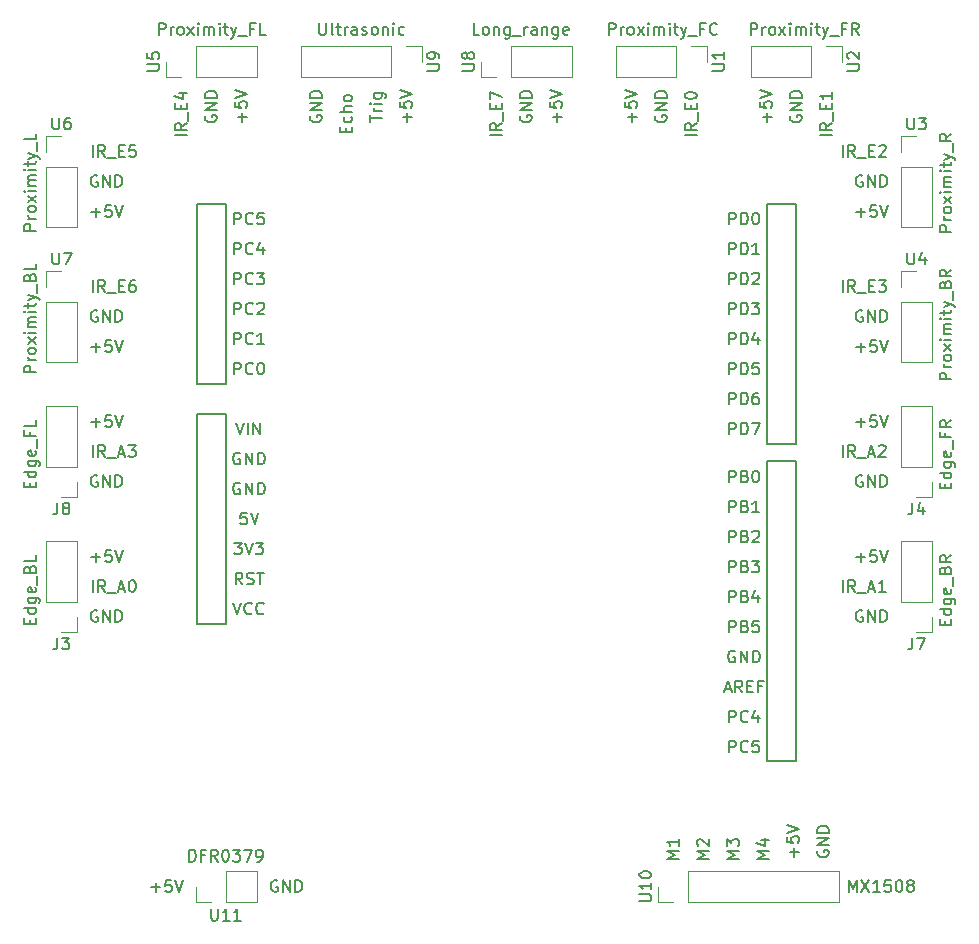
<source format=gbr>
G04 #@! TF.GenerationSoftware,KiCad,Pcbnew,(5.0.1)-4*
G04 #@! TF.CreationDate,2021-03-19T14:51:55+02:00*
G04 #@! TF.ProjectId,Jekabs_ilja_Sumo_Test_Motherboard,4A656B6162735F696C6A615F53756D6F,rev?*
G04 #@! TF.SameCoordinates,Original*
G04 #@! TF.FileFunction,Legend,Top*
G04 #@! TF.FilePolarity,Positive*
%FSLAX46Y46*%
G04 Gerber Fmt 4.6, Leading zero omitted, Abs format (unit mm)*
G04 Created by KiCad (PCBNEW (5.0.1)-4) date 2021.03.19. 14:51:55*
%MOMM*%
%LPD*%
G01*
G04 APERTURE LIST*
%ADD10C,0.150000*%
%ADD11C,0.120000*%
G04 APERTURE END LIST*
D10*
X154992380Y-137204523D02*
X153992380Y-137204523D01*
X154706666Y-136871190D01*
X153992380Y-136537857D01*
X154992380Y-136537857D01*
X154325714Y-135633095D02*
X154992380Y-135633095D01*
X153944761Y-135871190D02*
X154659047Y-136109285D01*
X154659047Y-135490238D01*
X152452380Y-137204523D02*
X151452380Y-137204523D01*
X152166666Y-136871190D01*
X151452380Y-136537857D01*
X152452380Y-136537857D01*
X151452380Y-136156904D02*
X151452380Y-135537857D01*
X151833333Y-135871190D01*
X151833333Y-135728333D01*
X151880952Y-135633095D01*
X151928571Y-135585476D01*
X152023809Y-135537857D01*
X152261904Y-135537857D01*
X152357142Y-135585476D01*
X152404761Y-135633095D01*
X152452380Y-135728333D01*
X152452380Y-136014047D01*
X152404761Y-136109285D01*
X152357142Y-136156904D01*
X149912380Y-137204523D02*
X148912380Y-137204523D01*
X149626666Y-136871190D01*
X148912380Y-136537857D01*
X149912380Y-136537857D01*
X149007619Y-136109285D02*
X148960000Y-136061666D01*
X148912380Y-135966428D01*
X148912380Y-135728333D01*
X148960000Y-135633095D01*
X149007619Y-135585476D01*
X149102857Y-135537857D01*
X149198095Y-135537857D01*
X149340952Y-135585476D01*
X149912380Y-136156904D01*
X149912380Y-135537857D01*
X147372380Y-137204523D02*
X146372380Y-137204523D01*
X147086666Y-136871190D01*
X146372380Y-136537857D01*
X147372380Y-136537857D01*
X147372380Y-135537857D02*
X147372380Y-136109285D01*
X147372380Y-135823571D02*
X146372380Y-135823571D01*
X146515238Y-135918809D01*
X146610476Y-136014047D01*
X146658095Y-136109285D01*
X157151428Y-137045714D02*
X157151428Y-136283809D01*
X157532380Y-136664761D02*
X156770476Y-136664761D01*
X156532380Y-135331428D02*
X156532380Y-135807619D01*
X157008571Y-135855238D01*
X156960952Y-135807619D01*
X156913333Y-135712380D01*
X156913333Y-135474285D01*
X156960952Y-135379047D01*
X157008571Y-135331428D01*
X157103809Y-135283809D01*
X157341904Y-135283809D01*
X157437142Y-135331428D01*
X157484761Y-135379047D01*
X157532380Y-135474285D01*
X157532380Y-135712380D01*
X157484761Y-135807619D01*
X157437142Y-135855238D01*
X156532380Y-134998095D02*
X157532380Y-134664761D01*
X156532380Y-134331428D01*
X159120000Y-136521904D02*
X159072380Y-136617142D01*
X159072380Y-136760000D01*
X159120000Y-136902857D01*
X159215238Y-136998095D01*
X159310476Y-137045714D01*
X159500952Y-137093333D01*
X159643809Y-137093333D01*
X159834285Y-137045714D01*
X159929523Y-136998095D01*
X160024761Y-136902857D01*
X160072380Y-136760000D01*
X160072380Y-136664761D01*
X160024761Y-136521904D01*
X159977142Y-136474285D01*
X159643809Y-136474285D01*
X159643809Y-136664761D01*
X160072380Y-136045714D02*
X159072380Y-136045714D01*
X160072380Y-135474285D01*
X159072380Y-135474285D01*
X160072380Y-134998095D02*
X159072380Y-134998095D01*
X159072380Y-134760000D01*
X159120000Y-134617142D01*
X159215238Y-134521904D01*
X159310476Y-134474285D01*
X159500952Y-134426666D01*
X159643809Y-134426666D01*
X159834285Y-134474285D01*
X159929523Y-134521904D01*
X160024761Y-134617142D01*
X160072380Y-134760000D01*
X160072380Y-134998095D01*
X162918095Y-104780000D02*
X162822857Y-104732380D01*
X162680000Y-104732380D01*
X162537142Y-104780000D01*
X162441904Y-104875238D01*
X162394285Y-104970476D01*
X162346666Y-105160952D01*
X162346666Y-105303809D01*
X162394285Y-105494285D01*
X162441904Y-105589523D01*
X162537142Y-105684761D01*
X162680000Y-105732380D01*
X162775238Y-105732380D01*
X162918095Y-105684761D01*
X162965714Y-105637142D01*
X162965714Y-105303809D01*
X162775238Y-105303809D01*
X163394285Y-105732380D02*
X163394285Y-104732380D01*
X163965714Y-105732380D01*
X163965714Y-104732380D01*
X164441904Y-105732380D02*
X164441904Y-104732380D01*
X164680000Y-104732380D01*
X164822857Y-104780000D01*
X164918095Y-104875238D01*
X164965714Y-104970476D01*
X165013333Y-105160952D01*
X165013333Y-105303809D01*
X164965714Y-105494285D01*
X164918095Y-105589523D01*
X164822857Y-105684761D01*
X164680000Y-105732380D01*
X164441904Y-105732380D01*
X161259285Y-103192380D02*
X161259285Y-102192380D01*
X162306904Y-103192380D02*
X161973571Y-102716190D01*
X161735476Y-103192380D02*
X161735476Y-102192380D01*
X162116428Y-102192380D01*
X162211666Y-102240000D01*
X162259285Y-102287619D01*
X162306904Y-102382857D01*
X162306904Y-102525714D01*
X162259285Y-102620952D01*
X162211666Y-102668571D01*
X162116428Y-102716190D01*
X161735476Y-102716190D01*
X162497380Y-103287619D02*
X163259285Y-103287619D01*
X163449761Y-102906666D02*
X163925952Y-102906666D01*
X163354523Y-103192380D02*
X163687857Y-102192380D01*
X164021190Y-103192380D01*
X164306904Y-102287619D02*
X164354523Y-102240000D01*
X164449761Y-102192380D01*
X164687857Y-102192380D01*
X164783095Y-102240000D01*
X164830714Y-102287619D01*
X164878333Y-102382857D01*
X164878333Y-102478095D01*
X164830714Y-102620952D01*
X164259285Y-103192380D01*
X164878333Y-103192380D01*
X162394285Y-100271428D02*
X163156190Y-100271428D01*
X162775238Y-100652380D02*
X162775238Y-99890476D01*
X164108571Y-99652380D02*
X163632380Y-99652380D01*
X163584761Y-100128571D01*
X163632380Y-100080952D01*
X163727619Y-100033333D01*
X163965714Y-100033333D01*
X164060952Y-100080952D01*
X164108571Y-100128571D01*
X164156190Y-100223809D01*
X164156190Y-100461904D01*
X164108571Y-100557142D01*
X164060952Y-100604761D01*
X163965714Y-100652380D01*
X163727619Y-100652380D01*
X163632380Y-100604761D01*
X163584761Y-100557142D01*
X164441904Y-99652380D02*
X164775238Y-100652380D01*
X165108571Y-99652380D01*
X162394285Y-111701428D02*
X163156190Y-111701428D01*
X162775238Y-112082380D02*
X162775238Y-111320476D01*
X164108571Y-111082380D02*
X163632380Y-111082380D01*
X163584761Y-111558571D01*
X163632380Y-111510952D01*
X163727619Y-111463333D01*
X163965714Y-111463333D01*
X164060952Y-111510952D01*
X164108571Y-111558571D01*
X164156190Y-111653809D01*
X164156190Y-111891904D01*
X164108571Y-111987142D01*
X164060952Y-112034761D01*
X163965714Y-112082380D01*
X163727619Y-112082380D01*
X163632380Y-112034761D01*
X163584761Y-111987142D01*
X164441904Y-111082380D02*
X164775238Y-112082380D01*
X165108571Y-111082380D01*
X161259285Y-114622380D02*
X161259285Y-113622380D01*
X162306904Y-114622380D02*
X161973571Y-114146190D01*
X161735476Y-114622380D02*
X161735476Y-113622380D01*
X162116428Y-113622380D01*
X162211666Y-113670000D01*
X162259285Y-113717619D01*
X162306904Y-113812857D01*
X162306904Y-113955714D01*
X162259285Y-114050952D01*
X162211666Y-114098571D01*
X162116428Y-114146190D01*
X161735476Y-114146190D01*
X162497380Y-114717619D02*
X163259285Y-114717619D01*
X163449761Y-114336666D02*
X163925952Y-114336666D01*
X163354523Y-114622380D02*
X163687857Y-113622380D01*
X164021190Y-114622380D01*
X164878333Y-114622380D02*
X164306904Y-114622380D01*
X164592619Y-114622380D02*
X164592619Y-113622380D01*
X164497380Y-113765238D01*
X164402142Y-113860476D01*
X164306904Y-113908095D01*
X162918095Y-116210000D02*
X162822857Y-116162380D01*
X162680000Y-116162380D01*
X162537142Y-116210000D01*
X162441904Y-116305238D01*
X162394285Y-116400476D01*
X162346666Y-116590952D01*
X162346666Y-116733809D01*
X162394285Y-116924285D01*
X162441904Y-117019523D01*
X162537142Y-117114761D01*
X162680000Y-117162380D01*
X162775238Y-117162380D01*
X162918095Y-117114761D01*
X162965714Y-117067142D01*
X162965714Y-116733809D01*
X162775238Y-116733809D01*
X163394285Y-117162380D02*
X163394285Y-116162380D01*
X163965714Y-117162380D01*
X163965714Y-116162380D01*
X164441904Y-117162380D02*
X164441904Y-116162380D01*
X164680000Y-116162380D01*
X164822857Y-116210000D01*
X164918095Y-116305238D01*
X164965714Y-116400476D01*
X165013333Y-116590952D01*
X165013333Y-116733809D01*
X164965714Y-116924285D01*
X164918095Y-117019523D01*
X164822857Y-117114761D01*
X164680000Y-117162380D01*
X164441904Y-117162380D01*
X98148095Y-116210000D02*
X98052857Y-116162380D01*
X97910000Y-116162380D01*
X97767142Y-116210000D01*
X97671904Y-116305238D01*
X97624285Y-116400476D01*
X97576666Y-116590952D01*
X97576666Y-116733809D01*
X97624285Y-116924285D01*
X97671904Y-117019523D01*
X97767142Y-117114761D01*
X97910000Y-117162380D01*
X98005238Y-117162380D01*
X98148095Y-117114761D01*
X98195714Y-117067142D01*
X98195714Y-116733809D01*
X98005238Y-116733809D01*
X98624285Y-117162380D02*
X98624285Y-116162380D01*
X99195714Y-117162380D01*
X99195714Y-116162380D01*
X99671904Y-117162380D02*
X99671904Y-116162380D01*
X99910000Y-116162380D01*
X100052857Y-116210000D01*
X100148095Y-116305238D01*
X100195714Y-116400476D01*
X100243333Y-116590952D01*
X100243333Y-116733809D01*
X100195714Y-116924285D01*
X100148095Y-117019523D01*
X100052857Y-117114761D01*
X99910000Y-117162380D01*
X99671904Y-117162380D01*
X97759285Y-114622380D02*
X97759285Y-113622380D01*
X98806904Y-114622380D02*
X98473571Y-114146190D01*
X98235476Y-114622380D02*
X98235476Y-113622380D01*
X98616428Y-113622380D01*
X98711666Y-113670000D01*
X98759285Y-113717619D01*
X98806904Y-113812857D01*
X98806904Y-113955714D01*
X98759285Y-114050952D01*
X98711666Y-114098571D01*
X98616428Y-114146190D01*
X98235476Y-114146190D01*
X98997380Y-114717619D02*
X99759285Y-114717619D01*
X99949761Y-114336666D02*
X100425952Y-114336666D01*
X99854523Y-114622380D02*
X100187857Y-113622380D01*
X100521190Y-114622380D01*
X101045000Y-113622380D02*
X101140238Y-113622380D01*
X101235476Y-113670000D01*
X101283095Y-113717619D01*
X101330714Y-113812857D01*
X101378333Y-114003333D01*
X101378333Y-114241428D01*
X101330714Y-114431904D01*
X101283095Y-114527142D01*
X101235476Y-114574761D01*
X101140238Y-114622380D01*
X101045000Y-114622380D01*
X100949761Y-114574761D01*
X100902142Y-114527142D01*
X100854523Y-114431904D01*
X100806904Y-114241428D01*
X100806904Y-114003333D01*
X100854523Y-113812857D01*
X100902142Y-113717619D01*
X100949761Y-113670000D01*
X101045000Y-113622380D01*
X97624285Y-111701428D02*
X98386190Y-111701428D01*
X98005238Y-112082380D02*
X98005238Y-111320476D01*
X99338571Y-111082380D02*
X98862380Y-111082380D01*
X98814761Y-111558571D01*
X98862380Y-111510952D01*
X98957619Y-111463333D01*
X99195714Y-111463333D01*
X99290952Y-111510952D01*
X99338571Y-111558571D01*
X99386190Y-111653809D01*
X99386190Y-111891904D01*
X99338571Y-111987142D01*
X99290952Y-112034761D01*
X99195714Y-112082380D01*
X98957619Y-112082380D01*
X98862380Y-112034761D01*
X98814761Y-111987142D01*
X99671904Y-111082380D02*
X100005238Y-112082380D01*
X100338571Y-111082380D01*
X97624285Y-100271428D02*
X98386190Y-100271428D01*
X98005238Y-100652380D02*
X98005238Y-99890476D01*
X99338571Y-99652380D02*
X98862380Y-99652380D01*
X98814761Y-100128571D01*
X98862380Y-100080952D01*
X98957619Y-100033333D01*
X99195714Y-100033333D01*
X99290952Y-100080952D01*
X99338571Y-100128571D01*
X99386190Y-100223809D01*
X99386190Y-100461904D01*
X99338571Y-100557142D01*
X99290952Y-100604761D01*
X99195714Y-100652380D01*
X98957619Y-100652380D01*
X98862380Y-100604761D01*
X98814761Y-100557142D01*
X99671904Y-99652380D02*
X100005238Y-100652380D01*
X100338571Y-99652380D01*
X98148095Y-104780000D02*
X98052857Y-104732380D01*
X97910000Y-104732380D01*
X97767142Y-104780000D01*
X97671904Y-104875238D01*
X97624285Y-104970476D01*
X97576666Y-105160952D01*
X97576666Y-105303809D01*
X97624285Y-105494285D01*
X97671904Y-105589523D01*
X97767142Y-105684761D01*
X97910000Y-105732380D01*
X98005238Y-105732380D01*
X98148095Y-105684761D01*
X98195714Y-105637142D01*
X98195714Y-105303809D01*
X98005238Y-105303809D01*
X98624285Y-105732380D02*
X98624285Y-104732380D01*
X99195714Y-105732380D01*
X99195714Y-104732380D01*
X99671904Y-105732380D02*
X99671904Y-104732380D01*
X99910000Y-104732380D01*
X100052857Y-104780000D01*
X100148095Y-104875238D01*
X100195714Y-104970476D01*
X100243333Y-105160952D01*
X100243333Y-105303809D01*
X100195714Y-105494285D01*
X100148095Y-105589523D01*
X100052857Y-105684761D01*
X99910000Y-105732380D01*
X99671904Y-105732380D01*
X97759285Y-103192380D02*
X97759285Y-102192380D01*
X98806904Y-103192380D02*
X98473571Y-102716190D01*
X98235476Y-103192380D02*
X98235476Y-102192380D01*
X98616428Y-102192380D01*
X98711666Y-102240000D01*
X98759285Y-102287619D01*
X98806904Y-102382857D01*
X98806904Y-102525714D01*
X98759285Y-102620952D01*
X98711666Y-102668571D01*
X98616428Y-102716190D01*
X98235476Y-102716190D01*
X98997380Y-103287619D02*
X99759285Y-103287619D01*
X99949761Y-102906666D02*
X100425952Y-102906666D01*
X99854523Y-103192380D02*
X100187857Y-102192380D01*
X100521190Y-103192380D01*
X100759285Y-102192380D02*
X101378333Y-102192380D01*
X101045000Y-102573333D01*
X101187857Y-102573333D01*
X101283095Y-102620952D01*
X101330714Y-102668571D01*
X101378333Y-102763809D01*
X101378333Y-103001904D01*
X101330714Y-103097142D01*
X101283095Y-103144761D01*
X101187857Y-103192380D01*
X100902142Y-103192380D01*
X100806904Y-103144761D01*
X100759285Y-103097142D01*
X121222380Y-74815714D02*
X121222380Y-74244285D01*
X122222380Y-74530000D02*
X121222380Y-74530000D01*
X122222380Y-73910952D02*
X121555714Y-73910952D01*
X121746190Y-73910952D02*
X121650952Y-73863333D01*
X121603333Y-73815714D01*
X121555714Y-73720476D01*
X121555714Y-73625238D01*
X122222380Y-73291904D02*
X121555714Y-73291904D01*
X121222380Y-73291904D02*
X121270000Y-73339523D01*
X121317619Y-73291904D01*
X121270000Y-73244285D01*
X121222380Y-73291904D01*
X121317619Y-73291904D01*
X121555714Y-72387142D02*
X122365238Y-72387142D01*
X122460476Y-72434761D01*
X122508095Y-72482380D01*
X122555714Y-72577619D01*
X122555714Y-72720476D01*
X122508095Y-72815714D01*
X122174761Y-72387142D02*
X122222380Y-72482380D01*
X122222380Y-72672857D01*
X122174761Y-72768095D01*
X122127142Y-72815714D01*
X122031904Y-72863333D01*
X121746190Y-72863333D01*
X121650952Y-72815714D01*
X121603333Y-72768095D01*
X121555714Y-72672857D01*
X121555714Y-72482380D01*
X121603333Y-72387142D01*
X119158571Y-75712619D02*
X119158571Y-75379285D01*
X119682380Y-75236428D02*
X119682380Y-75712619D01*
X118682380Y-75712619D01*
X118682380Y-75236428D01*
X119634761Y-74379285D02*
X119682380Y-74474523D01*
X119682380Y-74665000D01*
X119634761Y-74760238D01*
X119587142Y-74807857D01*
X119491904Y-74855476D01*
X119206190Y-74855476D01*
X119110952Y-74807857D01*
X119063333Y-74760238D01*
X119015714Y-74665000D01*
X119015714Y-74474523D01*
X119063333Y-74379285D01*
X119682380Y-73950714D02*
X118682380Y-73950714D01*
X119682380Y-73522142D02*
X119158571Y-73522142D01*
X119063333Y-73569761D01*
X119015714Y-73665000D01*
X119015714Y-73807857D01*
X119063333Y-73903095D01*
X119110952Y-73950714D01*
X119682380Y-72903095D02*
X119634761Y-72998333D01*
X119587142Y-73045952D01*
X119491904Y-73093571D01*
X119206190Y-73093571D01*
X119110952Y-73045952D01*
X119063333Y-72998333D01*
X119015714Y-72903095D01*
X119015714Y-72760238D01*
X119063333Y-72665000D01*
X119110952Y-72617380D01*
X119206190Y-72569761D01*
X119491904Y-72569761D01*
X119587142Y-72617380D01*
X119634761Y-72665000D01*
X119682380Y-72760238D01*
X119682380Y-72903095D01*
X124381428Y-74815714D02*
X124381428Y-74053809D01*
X124762380Y-74434761D02*
X124000476Y-74434761D01*
X123762380Y-73101428D02*
X123762380Y-73577619D01*
X124238571Y-73625238D01*
X124190952Y-73577619D01*
X124143333Y-73482380D01*
X124143333Y-73244285D01*
X124190952Y-73149047D01*
X124238571Y-73101428D01*
X124333809Y-73053809D01*
X124571904Y-73053809D01*
X124667142Y-73101428D01*
X124714761Y-73149047D01*
X124762380Y-73244285D01*
X124762380Y-73482380D01*
X124714761Y-73577619D01*
X124667142Y-73625238D01*
X123762380Y-72768095D02*
X124762380Y-72434761D01*
X123762380Y-72101428D01*
X116190000Y-74291904D02*
X116142380Y-74387142D01*
X116142380Y-74530000D01*
X116190000Y-74672857D01*
X116285238Y-74768095D01*
X116380476Y-74815714D01*
X116570952Y-74863333D01*
X116713809Y-74863333D01*
X116904285Y-74815714D01*
X116999523Y-74768095D01*
X117094761Y-74672857D01*
X117142380Y-74530000D01*
X117142380Y-74434761D01*
X117094761Y-74291904D01*
X117047142Y-74244285D01*
X116713809Y-74244285D01*
X116713809Y-74434761D01*
X117142380Y-73815714D02*
X116142380Y-73815714D01*
X117142380Y-73244285D01*
X116142380Y-73244285D01*
X117142380Y-72768095D02*
X116142380Y-72768095D01*
X116142380Y-72530000D01*
X116190000Y-72387142D01*
X116285238Y-72291904D01*
X116380476Y-72244285D01*
X116570952Y-72196666D01*
X116713809Y-72196666D01*
X116904285Y-72244285D01*
X116999523Y-72291904D01*
X117094761Y-72387142D01*
X117142380Y-72530000D01*
X117142380Y-72768095D01*
X132382380Y-75974523D02*
X131382380Y-75974523D01*
X132382380Y-74926904D02*
X131906190Y-75260238D01*
X132382380Y-75498333D02*
X131382380Y-75498333D01*
X131382380Y-75117380D01*
X131430000Y-75022142D01*
X131477619Y-74974523D01*
X131572857Y-74926904D01*
X131715714Y-74926904D01*
X131810952Y-74974523D01*
X131858571Y-75022142D01*
X131906190Y-75117380D01*
X131906190Y-75498333D01*
X132477619Y-74736428D02*
X132477619Y-73974523D01*
X131858571Y-73736428D02*
X131858571Y-73403095D01*
X132382380Y-73260238D02*
X132382380Y-73736428D01*
X131382380Y-73736428D01*
X131382380Y-73260238D01*
X131382380Y-72926904D02*
X131382380Y-72260238D01*
X132382380Y-72688809D01*
X133970000Y-74291904D02*
X133922380Y-74387142D01*
X133922380Y-74530000D01*
X133970000Y-74672857D01*
X134065238Y-74768095D01*
X134160476Y-74815714D01*
X134350952Y-74863333D01*
X134493809Y-74863333D01*
X134684285Y-74815714D01*
X134779523Y-74768095D01*
X134874761Y-74672857D01*
X134922380Y-74530000D01*
X134922380Y-74434761D01*
X134874761Y-74291904D01*
X134827142Y-74244285D01*
X134493809Y-74244285D01*
X134493809Y-74434761D01*
X134922380Y-73815714D02*
X133922380Y-73815714D01*
X134922380Y-73244285D01*
X133922380Y-73244285D01*
X134922380Y-72768095D02*
X133922380Y-72768095D01*
X133922380Y-72530000D01*
X133970000Y-72387142D01*
X134065238Y-72291904D01*
X134160476Y-72244285D01*
X134350952Y-72196666D01*
X134493809Y-72196666D01*
X134684285Y-72244285D01*
X134779523Y-72291904D01*
X134874761Y-72387142D01*
X134922380Y-72530000D01*
X134922380Y-72768095D01*
X137081428Y-74815714D02*
X137081428Y-74053809D01*
X137462380Y-74434761D02*
X136700476Y-74434761D01*
X136462380Y-73101428D02*
X136462380Y-73577619D01*
X136938571Y-73625238D01*
X136890952Y-73577619D01*
X136843333Y-73482380D01*
X136843333Y-73244285D01*
X136890952Y-73149047D01*
X136938571Y-73101428D01*
X137033809Y-73053809D01*
X137271904Y-73053809D01*
X137367142Y-73101428D01*
X137414761Y-73149047D01*
X137462380Y-73244285D01*
X137462380Y-73482380D01*
X137414761Y-73577619D01*
X137367142Y-73625238D01*
X136462380Y-72768095D02*
X137462380Y-72434761D01*
X136462380Y-72101428D01*
X160322380Y-75974523D02*
X159322380Y-75974523D01*
X160322380Y-74926904D02*
X159846190Y-75260238D01*
X160322380Y-75498333D02*
X159322380Y-75498333D01*
X159322380Y-75117380D01*
X159370000Y-75022142D01*
X159417619Y-74974523D01*
X159512857Y-74926904D01*
X159655714Y-74926904D01*
X159750952Y-74974523D01*
X159798571Y-75022142D01*
X159846190Y-75117380D01*
X159846190Y-75498333D01*
X160417619Y-74736428D02*
X160417619Y-73974523D01*
X159798571Y-73736428D02*
X159798571Y-73403095D01*
X160322380Y-73260238D02*
X160322380Y-73736428D01*
X159322380Y-73736428D01*
X159322380Y-73260238D01*
X160322380Y-72307857D02*
X160322380Y-72879285D01*
X160322380Y-72593571D02*
X159322380Y-72593571D01*
X159465238Y-72688809D01*
X159560476Y-72784047D01*
X159608095Y-72879285D01*
X156830000Y-74291904D02*
X156782380Y-74387142D01*
X156782380Y-74530000D01*
X156830000Y-74672857D01*
X156925238Y-74768095D01*
X157020476Y-74815714D01*
X157210952Y-74863333D01*
X157353809Y-74863333D01*
X157544285Y-74815714D01*
X157639523Y-74768095D01*
X157734761Y-74672857D01*
X157782380Y-74530000D01*
X157782380Y-74434761D01*
X157734761Y-74291904D01*
X157687142Y-74244285D01*
X157353809Y-74244285D01*
X157353809Y-74434761D01*
X157782380Y-73815714D02*
X156782380Y-73815714D01*
X157782380Y-73244285D01*
X156782380Y-73244285D01*
X157782380Y-72768095D02*
X156782380Y-72768095D01*
X156782380Y-72530000D01*
X156830000Y-72387142D01*
X156925238Y-72291904D01*
X157020476Y-72244285D01*
X157210952Y-72196666D01*
X157353809Y-72196666D01*
X157544285Y-72244285D01*
X157639523Y-72291904D01*
X157734761Y-72387142D01*
X157782380Y-72530000D01*
X157782380Y-72768095D01*
X154861428Y-74815714D02*
X154861428Y-74053809D01*
X155242380Y-74434761D02*
X154480476Y-74434761D01*
X154242380Y-73101428D02*
X154242380Y-73577619D01*
X154718571Y-73625238D01*
X154670952Y-73577619D01*
X154623333Y-73482380D01*
X154623333Y-73244285D01*
X154670952Y-73149047D01*
X154718571Y-73101428D01*
X154813809Y-73053809D01*
X155051904Y-73053809D01*
X155147142Y-73101428D01*
X155194761Y-73149047D01*
X155242380Y-73244285D01*
X155242380Y-73482380D01*
X155194761Y-73577619D01*
X155147142Y-73625238D01*
X154242380Y-72768095D02*
X155242380Y-72434761D01*
X154242380Y-72101428D01*
X148892380Y-75974523D02*
X147892380Y-75974523D01*
X148892380Y-74926904D02*
X148416190Y-75260238D01*
X148892380Y-75498333D02*
X147892380Y-75498333D01*
X147892380Y-75117380D01*
X147940000Y-75022142D01*
X147987619Y-74974523D01*
X148082857Y-74926904D01*
X148225714Y-74926904D01*
X148320952Y-74974523D01*
X148368571Y-75022142D01*
X148416190Y-75117380D01*
X148416190Y-75498333D01*
X148987619Y-74736428D02*
X148987619Y-73974523D01*
X148368571Y-73736428D02*
X148368571Y-73403095D01*
X148892380Y-73260238D02*
X148892380Y-73736428D01*
X147892380Y-73736428D01*
X147892380Y-73260238D01*
X147892380Y-72641190D02*
X147892380Y-72545952D01*
X147940000Y-72450714D01*
X147987619Y-72403095D01*
X148082857Y-72355476D01*
X148273333Y-72307857D01*
X148511428Y-72307857D01*
X148701904Y-72355476D01*
X148797142Y-72403095D01*
X148844761Y-72450714D01*
X148892380Y-72545952D01*
X148892380Y-72641190D01*
X148844761Y-72736428D01*
X148797142Y-72784047D01*
X148701904Y-72831666D01*
X148511428Y-72879285D01*
X148273333Y-72879285D01*
X148082857Y-72831666D01*
X147987619Y-72784047D01*
X147940000Y-72736428D01*
X147892380Y-72641190D01*
X143431428Y-74815714D02*
X143431428Y-74053809D01*
X143812380Y-74434761D02*
X143050476Y-74434761D01*
X142812380Y-73101428D02*
X142812380Y-73577619D01*
X143288571Y-73625238D01*
X143240952Y-73577619D01*
X143193333Y-73482380D01*
X143193333Y-73244285D01*
X143240952Y-73149047D01*
X143288571Y-73101428D01*
X143383809Y-73053809D01*
X143621904Y-73053809D01*
X143717142Y-73101428D01*
X143764761Y-73149047D01*
X143812380Y-73244285D01*
X143812380Y-73482380D01*
X143764761Y-73577619D01*
X143717142Y-73625238D01*
X142812380Y-72768095D02*
X143812380Y-72434761D01*
X142812380Y-72101428D01*
X145400000Y-74291904D02*
X145352380Y-74387142D01*
X145352380Y-74530000D01*
X145400000Y-74672857D01*
X145495238Y-74768095D01*
X145590476Y-74815714D01*
X145780952Y-74863333D01*
X145923809Y-74863333D01*
X146114285Y-74815714D01*
X146209523Y-74768095D01*
X146304761Y-74672857D01*
X146352380Y-74530000D01*
X146352380Y-74434761D01*
X146304761Y-74291904D01*
X146257142Y-74244285D01*
X145923809Y-74244285D01*
X145923809Y-74434761D01*
X146352380Y-73815714D02*
X145352380Y-73815714D01*
X146352380Y-73244285D01*
X145352380Y-73244285D01*
X146352380Y-72768095D02*
X145352380Y-72768095D01*
X145352380Y-72530000D01*
X145400000Y-72387142D01*
X145495238Y-72291904D01*
X145590476Y-72244285D01*
X145780952Y-72196666D01*
X145923809Y-72196666D01*
X146114285Y-72244285D01*
X146209523Y-72291904D01*
X146304761Y-72387142D01*
X146352380Y-72530000D01*
X146352380Y-72768095D01*
X105712380Y-75974523D02*
X104712380Y-75974523D01*
X105712380Y-74926904D02*
X105236190Y-75260238D01*
X105712380Y-75498333D02*
X104712380Y-75498333D01*
X104712380Y-75117380D01*
X104760000Y-75022142D01*
X104807619Y-74974523D01*
X104902857Y-74926904D01*
X105045714Y-74926904D01*
X105140952Y-74974523D01*
X105188571Y-75022142D01*
X105236190Y-75117380D01*
X105236190Y-75498333D01*
X105807619Y-74736428D02*
X105807619Y-73974523D01*
X105188571Y-73736428D02*
X105188571Y-73403095D01*
X105712380Y-73260238D02*
X105712380Y-73736428D01*
X104712380Y-73736428D01*
X104712380Y-73260238D01*
X105045714Y-72403095D02*
X105712380Y-72403095D01*
X104664761Y-72641190D02*
X105379047Y-72879285D01*
X105379047Y-72260238D01*
X110411428Y-74815714D02*
X110411428Y-74053809D01*
X110792380Y-74434761D02*
X110030476Y-74434761D01*
X109792380Y-73101428D02*
X109792380Y-73577619D01*
X110268571Y-73625238D01*
X110220952Y-73577619D01*
X110173333Y-73482380D01*
X110173333Y-73244285D01*
X110220952Y-73149047D01*
X110268571Y-73101428D01*
X110363809Y-73053809D01*
X110601904Y-73053809D01*
X110697142Y-73101428D01*
X110744761Y-73149047D01*
X110792380Y-73244285D01*
X110792380Y-73482380D01*
X110744761Y-73577619D01*
X110697142Y-73625238D01*
X109792380Y-72768095D02*
X110792380Y-72434761D01*
X109792380Y-72101428D01*
X107300000Y-74291904D02*
X107252380Y-74387142D01*
X107252380Y-74530000D01*
X107300000Y-74672857D01*
X107395238Y-74768095D01*
X107490476Y-74815714D01*
X107680952Y-74863333D01*
X107823809Y-74863333D01*
X108014285Y-74815714D01*
X108109523Y-74768095D01*
X108204761Y-74672857D01*
X108252380Y-74530000D01*
X108252380Y-74434761D01*
X108204761Y-74291904D01*
X108157142Y-74244285D01*
X107823809Y-74244285D01*
X107823809Y-74434761D01*
X108252380Y-73815714D02*
X107252380Y-73815714D01*
X108252380Y-73244285D01*
X107252380Y-73244285D01*
X108252380Y-72768095D02*
X107252380Y-72768095D01*
X107252380Y-72530000D01*
X107300000Y-72387142D01*
X107395238Y-72291904D01*
X107490476Y-72244285D01*
X107680952Y-72196666D01*
X107823809Y-72196666D01*
X108014285Y-72244285D01*
X108109523Y-72291904D01*
X108204761Y-72387142D01*
X108252380Y-72530000D01*
X108252380Y-72768095D01*
X162394285Y-93921428D02*
X163156190Y-93921428D01*
X162775238Y-94302380D02*
X162775238Y-93540476D01*
X164108571Y-93302380D02*
X163632380Y-93302380D01*
X163584761Y-93778571D01*
X163632380Y-93730952D01*
X163727619Y-93683333D01*
X163965714Y-93683333D01*
X164060952Y-93730952D01*
X164108571Y-93778571D01*
X164156190Y-93873809D01*
X164156190Y-94111904D01*
X164108571Y-94207142D01*
X164060952Y-94254761D01*
X163965714Y-94302380D01*
X163727619Y-94302380D01*
X163632380Y-94254761D01*
X163584761Y-94207142D01*
X164441904Y-93302380D02*
X164775238Y-94302380D01*
X165108571Y-93302380D01*
X161235476Y-89222380D02*
X161235476Y-88222380D01*
X162283095Y-89222380D02*
X161949761Y-88746190D01*
X161711666Y-89222380D02*
X161711666Y-88222380D01*
X162092619Y-88222380D01*
X162187857Y-88270000D01*
X162235476Y-88317619D01*
X162283095Y-88412857D01*
X162283095Y-88555714D01*
X162235476Y-88650952D01*
X162187857Y-88698571D01*
X162092619Y-88746190D01*
X161711666Y-88746190D01*
X162473571Y-89317619D02*
X163235476Y-89317619D01*
X163473571Y-88698571D02*
X163806904Y-88698571D01*
X163949761Y-89222380D02*
X163473571Y-89222380D01*
X163473571Y-88222380D01*
X163949761Y-88222380D01*
X164283095Y-88222380D02*
X164902142Y-88222380D01*
X164568809Y-88603333D01*
X164711666Y-88603333D01*
X164806904Y-88650952D01*
X164854523Y-88698571D01*
X164902142Y-88793809D01*
X164902142Y-89031904D01*
X164854523Y-89127142D01*
X164806904Y-89174761D01*
X164711666Y-89222380D01*
X164425952Y-89222380D01*
X164330714Y-89174761D01*
X164283095Y-89127142D01*
X162918095Y-90810000D02*
X162822857Y-90762380D01*
X162680000Y-90762380D01*
X162537142Y-90810000D01*
X162441904Y-90905238D01*
X162394285Y-91000476D01*
X162346666Y-91190952D01*
X162346666Y-91333809D01*
X162394285Y-91524285D01*
X162441904Y-91619523D01*
X162537142Y-91714761D01*
X162680000Y-91762380D01*
X162775238Y-91762380D01*
X162918095Y-91714761D01*
X162965714Y-91667142D01*
X162965714Y-91333809D01*
X162775238Y-91333809D01*
X163394285Y-91762380D02*
X163394285Y-90762380D01*
X163965714Y-91762380D01*
X163965714Y-90762380D01*
X164441904Y-91762380D02*
X164441904Y-90762380D01*
X164680000Y-90762380D01*
X164822857Y-90810000D01*
X164918095Y-90905238D01*
X164965714Y-91000476D01*
X165013333Y-91190952D01*
X165013333Y-91333809D01*
X164965714Y-91524285D01*
X164918095Y-91619523D01*
X164822857Y-91714761D01*
X164680000Y-91762380D01*
X164441904Y-91762380D01*
X162394285Y-82491428D02*
X163156190Y-82491428D01*
X162775238Y-82872380D02*
X162775238Y-82110476D01*
X164108571Y-81872380D02*
X163632380Y-81872380D01*
X163584761Y-82348571D01*
X163632380Y-82300952D01*
X163727619Y-82253333D01*
X163965714Y-82253333D01*
X164060952Y-82300952D01*
X164108571Y-82348571D01*
X164156190Y-82443809D01*
X164156190Y-82681904D01*
X164108571Y-82777142D01*
X164060952Y-82824761D01*
X163965714Y-82872380D01*
X163727619Y-82872380D01*
X163632380Y-82824761D01*
X163584761Y-82777142D01*
X164441904Y-81872380D02*
X164775238Y-82872380D01*
X165108571Y-81872380D01*
X161235476Y-77792380D02*
X161235476Y-76792380D01*
X162283095Y-77792380D02*
X161949761Y-77316190D01*
X161711666Y-77792380D02*
X161711666Y-76792380D01*
X162092619Y-76792380D01*
X162187857Y-76840000D01*
X162235476Y-76887619D01*
X162283095Y-76982857D01*
X162283095Y-77125714D01*
X162235476Y-77220952D01*
X162187857Y-77268571D01*
X162092619Y-77316190D01*
X161711666Y-77316190D01*
X162473571Y-77887619D02*
X163235476Y-77887619D01*
X163473571Y-77268571D02*
X163806904Y-77268571D01*
X163949761Y-77792380D02*
X163473571Y-77792380D01*
X163473571Y-76792380D01*
X163949761Y-76792380D01*
X164330714Y-76887619D02*
X164378333Y-76840000D01*
X164473571Y-76792380D01*
X164711666Y-76792380D01*
X164806904Y-76840000D01*
X164854523Y-76887619D01*
X164902142Y-76982857D01*
X164902142Y-77078095D01*
X164854523Y-77220952D01*
X164283095Y-77792380D01*
X164902142Y-77792380D01*
X162918095Y-79380000D02*
X162822857Y-79332380D01*
X162680000Y-79332380D01*
X162537142Y-79380000D01*
X162441904Y-79475238D01*
X162394285Y-79570476D01*
X162346666Y-79760952D01*
X162346666Y-79903809D01*
X162394285Y-80094285D01*
X162441904Y-80189523D01*
X162537142Y-80284761D01*
X162680000Y-80332380D01*
X162775238Y-80332380D01*
X162918095Y-80284761D01*
X162965714Y-80237142D01*
X162965714Y-79903809D01*
X162775238Y-79903809D01*
X163394285Y-80332380D02*
X163394285Y-79332380D01*
X163965714Y-80332380D01*
X163965714Y-79332380D01*
X164441904Y-80332380D02*
X164441904Y-79332380D01*
X164680000Y-79332380D01*
X164822857Y-79380000D01*
X164918095Y-79475238D01*
X164965714Y-79570476D01*
X165013333Y-79760952D01*
X165013333Y-79903809D01*
X164965714Y-80094285D01*
X164918095Y-80189523D01*
X164822857Y-80284761D01*
X164680000Y-80332380D01*
X164441904Y-80332380D01*
X97624285Y-93921428D02*
X98386190Y-93921428D01*
X98005238Y-94302380D02*
X98005238Y-93540476D01*
X99338571Y-93302380D02*
X98862380Y-93302380D01*
X98814761Y-93778571D01*
X98862380Y-93730952D01*
X98957619Y-93683333D01*
X99195714Y-93683333D01*
X99290952Y-93730952D01*
X99338571Y-93778571D01*
X99386190Y-93873809D01*
X99386190Y-94111904D01*
X99338571Y-94207142D01*
X99290952Y-94254761D01*
X99195714Y-94302380D01*
X98957619Y-94302380D01*
X98862380Y-94254761D01*
X98814761Y-94207142D01*
X99671904Y-93302380D02*
X100005238Y-94302380D01*
X100338571Y-93302380D01*
X97735476Y-89222380D02*
X97735476Y-88222380D01*
X98783095Y-89222380D02*
X98449761Y-88746190D01*
X98211666Y-89222380D02*
X98211666Y-88222380D01*
X98592619Y-88222380D01*
X98687857Y-88270000D01*
X98735476Y-88317619D01*
X98783095Y-88412857D01*
X98783095Y-88555714D01*
X98735476Y-88650952D01*
X98687857Y-88698571D01*
X98592619Y-88746190D01*
X98211666Y-88746190D01*
X98973571Y-89317619D02*
X99735476Y-89317619D01*
X99973571Y-88698571D02*
X100306904Y-88698571D01*
X100449761Y-89222380D02*
X99973571Y-89222380D01*
X99973571Y-88222380D01*
X100449761Y-88222380D01*
X101306904Y-88222380D02*
X101116428Y-88222380D01*
X101021190Y-88270000D01*
X100973571Y-88317619D01*
X100878333Y-88460476D01*
X100830714Y-88650952D01*
X100830714Y-89031904D01*
X100878333Y-89127142D01*
X100925952Y-89174761D01*
X101021190Y-89222380D01*
X101211666Y-89222380D01*
X101306904Y-89174761D01*
X101354523Y-89127142D01*
X101402142Y-89031904D01*
X101402142Y-88793809D01*
X101354523Y-88698571D01*
X101306904Y-88650952D01*
X101211666Y-88603333D01*
X101021190Y-88603333D01*
X100925952Y-88650952D01*
X100878333Y-88698571D01*
X100830714Y-88793809D01*
X98148095Y-90810000D02*
X98052857Y-90762380D01*
X97910000Y-90762380D01*
X97767142Y-90810000D01*
X97671904Y-90905238D01*
X97624285Y-91000476D01*
X97576666Y-91190952D01*
X97576666Y-91333809D01*
X97624285Y-91524285D01*
X97671904Y-91619523D01*
X97767142Y-91714761D01*
X97910000Y-91762380D01*
X98005238Y-91762380D01*
X98148095Y-91714761D01*
X98195714Y-91667142D01*
X98195714Y-91333809D01*
X98005238Y-91333809D01*
X98624285Y-91762380D02*
X98624285Y-90762380D01*
X99195714Y-91762380D01*
X99195714Y-90762380D01*
X99671904Y-91762380D02*
X99671904Y-90762380D01*
X99910000Y-90762380D01*
X100052857Y-90810000D01*
X100148095Y-90905238D01*
X100195714Y-91000476D01*
X100243333Y-91190952D01*
X100243333Y-91333809D01*
X100195714Y-91524285D01*
X100148095Y-91619523D01*
X100052857Y-91714761D01*
X99910000Y-91762380D01*
X99671904Y-91762380D01*
X102704285Y-139641428D02*
X103466190Y-139641428D01*
X103085238Y-140022380D02*
X103085238Y-139260476D01*
X104418571Y-139022380D02*
X103942380Y-139022380D01*
X103894761Y-139498571D01*
X103942380Y-139450952D01*
X104037619Y-139403333D01*
X104275714Y-139403333D01*
X104370952Y-139450952D01*
X104418571Y-139498571D01*
X104466190Y-139593809D01*
X104466190Y-139831904D01*
X104418571Y-139927142D01*
X104370952Y-139974761D01*
X104275714Y-140022380D01*
X104037619Y-140022380D01*
X103942380Y-139974761D01*
X103894761Y-139927142D01*
X104751904Y-139022380D02*
X105085238Y-140022380D01*
X105418571Y-139022380D01*
X113388095Y-139070000D02*
X113292857Y-139022380D01*
X113150000Y-139022380D01*
X113007142Y-139070000D01*
X112911904Y-139165238D01*
X112864285Y-139260476D01*
X112816666Y-139450952D01*
X112816666Y-139593809D01*
X112864285Y-139784285D01*
X112911904Y-139879523D01*
X113007142Y-139974761D01*
X113150000Y-140022380D01*
X113245238Y-140022380D01*
X113388095Y-139974761D01*
X113435714Y-139927142D01*
X113435714Y-139593809D01*
X113245238Y-139593809D01*
X113864285Y-140022380D02*
X113864285Y-139022380D01*
X114435714Y-140022380D01*
X114435714Y-139022380D01*
X114911904Y-140022380D02*
X114911904Y-139022380D01*
X115150000Y-139022380D01*
X115292857Y-139070000D01*
X115388095Y-139165238D01*
X115435714Y-139260476D01*
X115483333Y-139450952D01*
X115483333Y-139593809D01*
X115435714Y-139784285D01*
X115388095Y-139879523D01*
X115292857Y-139974761D01*
X115150000Y-140022380D01*
X114911904Y-140022380D01*
X97624285Y-82491428D02*
X98386190Y-82491428D01*
X98005238Y-82872380D02*
X98005238Y-82110476D01*
X99338571Y-81872380D02*
X98862380Y-81872380D01*
X98814761Y-82348571D01*
X98862380Y-82300952D01*
X98957619Y-82253333D01*
X99195714Y-82253333D01*
X99290952Y-82300952D01*
X99338571Y-82348571D01*
X99386190Y-82443809D01*
X99386190Y-82681904D01*
X99338571Y-82777142D01*
X99290952Y-82824761D01*
X99195714Y-82872380D01*
X98957619Y-82872380D01*
X98862380Y-82824761D01*
X98814761Y-82777142D01*
X99671904Y-81872380D02*
X100005238Y-82872380D01*
X100338571Y-81872380D01*
X98148095Y-79380000D02*
X98052857Y-79332380D01*
X97910000Y-79332380D01*
X97767142Y-79380000D01*
X97671904Y-79475238D01*
X97624285Y-79570476D01*
X97576666Y-79760952D01*
X97576666Y-79903809D01*
X97624285Y-80094285D01*
X97671904Y-80189523D01*
X97767142Y-80284761D01*
X97910000Y-80332380D01*
X98005238Y-80332380D01*
X98148095Y-80284761D01*
X98195714Y-80237142D01*
X98195714Y-79903809D01*
X98005238Y-79903809D01*
X98624285Y-80332380D02*
X98624285Y-79332380D01*
X99195714Y-80332380D01*
X99195714Y-79332380D01*
X99671904Y-80332380D02*
X99671904Y-79332380D01*
X99910000Y-79332380D01*
X100052857Y-79380000D01*
X100148095Y-79475238D01*
X100195714Y-79570476D01*
X100243333Y-79760952D01*
X100243333Y-79903809D01*
X100195714Y-80094285D01*
X100148095Y-80189523D01*
X100052857Y-80284761D01*
X99910000Y-80332380D01*
X99671904Y-80332380D01*
X97735476Y-77792380D02*
X97735476Y-76792380D01*
X98783095Y-77792380D02*
X98449761Y-77316190D01*
X98211666Y-77792380D02*
X98211666Y-76792380D01*
X98592619Y-76792380D01*
X98687857Y-76840000D01*
X98735476Y-76887619D01*
X98783095Y-76982857D01*
X98783095Y-77125714D01*
X98735476Y-77220952D01*
X98687857Y-77268571D01*
X98592619Y-77316190D01*
X98211666Y-77316190D01*
X98973571Y-77887619D02*
X99735476Y-77887619D01*
X99973571Y-77268571D02*
X100306904Y-77268571D01*
X100449761Y-77792380D02*
X99973571Y-77792380D01*
X99973571Y-76792380D01*
X100449761Y-76792380D01*
X101354523Y-76792380D02*
X100878333Y-76792380D01*
X100830714Y-77268571D01*
X100878333Y-77220952D01*
X100973571Y-77173333D01*
X101211666Y-77173333D01*
X101306904Y-77220952D01*
X101354523Y-77268571D01*
X101402142Y-77363809D01*
X101402142Y-77601904D01*
X101354523Y-77697142D01*
X101306904Y-77744761D01*
X101211666Y-77792380D01*
X100973571Y-77792380D01*
X100878333Y-77744761D01*
X100830714Y-77697142D01*
D11*
G04 #@! TO.C,J7*
X168820000Y-118040000D02*
X167490000Y-118040000D01*
X168820000Y-116710000D02*
X168820000Y-118040000D01*
X166160000Y-115440000D02*
X168820000Y-115440000D01*
X166160000Y-110300000D02*
X166160000Y-115440000D01*
X168820000Y-110300000D02*
X166160000Y-110300000D01*
X168820000Y-115440000D02*
X168820000Y-110300000D01*
D10*
G04 #@! TO.C,MCU1*
X157310000Y-128899000D02*
X157300000Y-103555000D01*
X157300000Y-103555000D02*
X154800000Y-103555000D01*
X154810000Y-128899000D02*
X154800000Y-103555000D01*
X154810000Y-128899000D02*
X157310000Y-128899000D01*
X157300000Y-102085000D02*
X157300000Y-81805000D01*
X154800000Y-102085000D02*
X154800000Y-81805000D01*
X157300000Y-81805000D02*
X154800000Y-81805000D01*
X154800000Y-102085000D02*
X157300000Y-102085000D01*
X106550000Y-117335000D02*
X106550000Y-99555000D01*
X109050000Y-117335000D02*
X109050000Y-99555000D01*
X106550000Y-117335000D02*
X109050000Y-117335000D01*
X109050000Y-99555000D02*
X106550000Y-99555000D01*
X109050000Y-81805000D02*
X106550000Y-81805000D01*
X109050000Y-97055000D02*
X109050000Y-81805000D01*
X106550000Y-97055000D02*
X109050000Y-97055000D01*
X106550000Y-97055000D02*
X106550000Y-81805000D01*
D11*
G04 #@! TO.C,U1*
X147170000Y-68390000D02*
X142030000Y-68390000D01*
X142030000Y-68390000D02*
X142030000Y-71050000D01*
X142030000Y-71050000D02*
X147170000Y-71050000D01*
X147170000Y-71050000D02*
X147170000Y-68390000D01*
X148440000Y-68390000D02*
X149770000Y-68390000D01*
X149770000Y-68390000D02*
X149770000Y-69720000D01*
G04 #@! TO.C,U2*
X161200000Y-68390000D02*
X161200000Y-69720000D01*
X159870000Y-68390000D02*
X161200000Y-68390000D01*
X158600000Y-71050000D02*
X158600000Y-68390000D01*
X153460000Y-71050000D02*
X158600000Y-71050000D01*
X153460000Y-68390000D02*
X153460000Y-71050000D01*
X158600000Y-68390000D02*
X153460000Y-68390000D01*
G04 #@! TO.C,U3*
X166160000Y-76010000D02*
X167490000Y-76010000D01*
X166160000Y-77340000D02*
X166160000Y-76010000D01*
X168820000Y-78610000D02*
X166160000Y-78610000D01*
X168820000Y-83750000D02*
X168820000Y-78610000D01*
X166160000Y-83750000D02*
X168820000Y-83750000D01*
X166160000Y-78610000D02*
X166160000Y-83750000D01*
G04 #@! TO.C,U4*
X166160000Y-90040000D02*
X166160000Y-95180000D01*
X166160000Y-95180000D02*
X168820000Y-95180000D01*
X168820000Y-95180000D02*
X168820000Y-90040000D01*
X168820000Y-90040000D02*
X166160000Y-90040000D01*
X166160000Y-88770000D02*
X166160000Y-87440000D01*
X166160000Y-87440000D02*
X167490000Y-87440000D01*
G04 #@! TO.C,U5*
X103930000Y-71050000D02*
X103930000Y-69720000D01*
X105260000Y-71050000D02*
X103930000Y-71050000D01*
X106530000Y-68390000D02*
X106530000Y-71050000D01*
X111670000Y-68390000D02*
X106530000Y-68390000D01*
X111670000Y-71050000D02*
X111670000Y-68390000D01*
X106530000Y-71050000D02*
X111670000Y-71050000D01*
G04 #@! TO.C,U6*
X93770000Y-76010000D02*
X95100000Y-76010000D01*
X93770000Y-77340000D02*
X93770000Y-76010000D01*
X96430000Y-78610000D02*
X93770000Y-78610000D01*
X96430000Y-83750000D02*
X96430000Y-78610000D01*
X93770000Y-83750000D02*
X96430000Y-83750000D01*
X93770000Y-78610000D02*
X93770000Y-83750000D01*
G04 #@! TO.C,U7*
X93770000Y-90040000D02*
X93770000Y-95180000D01*
X93770000Y-95180000D02*
X96430000Y-95180000D01*
X96430000Y-95180000D02*
X96430000Y-90040000D01*
X96430000Y-90040000D02*
X93770000Y-90040000D01*
X93770000Y-88770000D02*
X93770000Y-87440000D01*
X93770000Y-87440000D02*
X95100000Y-87440000D01*
G04 #@! TO.C,U8*
X133200000Y-71050000D02*
X138340000Y-71050000D01*
X138340000Y-71050000D02*
X138340000Y-68390000D01*
X138340000Y-68390000D02*
X133200000Y-68390000D01*
X133200000Y-68390000D02*
X133200000Y-71050000D01*
X131930000Y-71050000D02*
X130600000Y-71050000D01*
X130600000Y-71050000D02*
X130600000Y-69720000D01*
G04 #@! TO.C,U9*
X125640000Y-68390000D02*
X125640000Y-69720000D01*
X124310000Y-68390000D02*
X125640000Y-68390000D01*
X123040000Y-71050000D02*
X123040000Y-68390000D01*
X115360000Y-71050000D02*
X123040000Y-71050000D01*
X115360000Y-68390000D02*
X115360000Y-71050000D01*
X123040000Y-68390000D02*
X115360000Y-68390000D01*
G04 #@! TO.C,U10*
X145590000Y-140900000D02*
X145590000Y-139570000D01*
X146920000Y-140900000D02*
X145590000Y-140900000D01*
X148190000Y-138240000D02*
X148190000Y-140900000D01*
X160950000Y-138240000D02*
X148190000Y-138240000D01*
X160950000Y-140900000D02*
X160950000Y-138240000D01*
X148190000Y-140900000D02*
X160950000Y-140900000D01*
G04 #@! TO.C,U11*
X106470000Y-140900000D02*
X106470000Y-139570000D01*
X107800000Y-140900000D02*
X106470000Y-140900000D01*
X109070000Y-138240000D02*
X109070000Y-140900000D01*
X111670000Y-138240000D02*
X109070000Y-138240000D01*
X111670000Y-140900000D02*
X111670000Y-138240000D01*
X109070000Y-140900000D02*
X111670000Y-140900000D01*
G04 #@! TO.C,J3*
X96430000Y-118040000D02*
X95100000Y-118040000D01*
X96430000Y-116710000D02*
X96430000Y-118040000D01*
X93770000Y-115440000D02*
X96430000Y-115440000D01*
X93770000Y-110300000D02*
X93770000Y-115440000D01*
X96430000Y-110300000D02*
X93770000Y-110300000D01*
X96430000Y-115440000D02*
X96430000Y-110300000D01*
G04 #@! TO.C,J4*
X168820000Y-104010000D02*
X168820000Y-98870000D01*
X168820000Y-98870000D02*
X166160000Y-98870000D01*
X166160000Y-98870000D02*
X166160000Y-104010000D01*
X166160000Y-104010000D02*
X168820000Y-104010000D01*
X168820000Y-105280000D02*
X168820000Y-106610000D01*
X168820000Y-106610000D02*
X167490000Y-106610000D01*
G04 #@! TO.C,J8*
X96430000Y-104010000D02*
X96430000Y-98870000D01*
X96430000Y-98870000D02*
X93770000Y-98870000D01*
X93770000Y-98870000D02*
X93770000Y-104010000D01*
X93770000Y-104010000D02*
X96430000Y-104010000D01*
X96430000Y-105280000D02*
X96430000Y-106610000D01*
X96430000Y-106610000D02*
X95100000Y-106610000D01*
G04 #@! TO.C,J7*
D10*
X167156666Y-118492380D02*
X167156666Y-119206666D01*
X167109047Y-119349523D01*
X167013809Y-119444761D01*
X166870952Y-119492380D01*
X166775714Y-119492380D01*
X167537619Y-118492380D02*
X168204285Y-118492380D01*
X167775714Y-119492380D01*
X169928571Y-117428571D02*
X169928571Y-117095238D01*
X170452380Y-116952380D02*
X170452380Y-117428571D01*
X169452380Y-117428571D01*
X169452380Y-116952380D01*
X170452380Y-116095238D02*
X169452380Y-116095238D01*
X170404761Y-116095238D02*
X170452380Y-116190476D01*
X170452380Y-116380952D01*
X170404761Y-116476190D01*
X170357142Y-116523809D01*
X170261904Y-116571428D01*
X169976190Y-116571428D01*
X169880952Y-116523809D01*
X169833333Y-116476190D01*
X169785714Y-116380952D01*
X169785714Y-116190476D01*
X169833333Y-116095238D01*
X169785714Y-115190476D02*
X170595238Y-115190476D01*
X170690476Y-115238095D01*
X170738095Y-115285714D01*
X170785714Y-115380952D01*
X170785714Y-115523809D01*
X170738095Y-115619047D01*
X170404761Y-115190476D02*
X170452380Y-115285714D01*
X170452380Y-115476190D01*
X170404761Y-115571428D01*
X170357142Y-115619047D01*
X170261904Y-115666666D01*
X169976190Y-115666666D01*
X169880952Y-115619047D01*
X169833333Y-115571428D01*
X169785714Y-115476190D01*
X169785714Y-115285714D01*
X169833333Y-115190476D01*
X170404761Y-114333333D02*
X170452380Y-114428571D01*
X170452380Y-114619047D01*
X170404761Y-114714285D01*
X170309523Y-114761904D01*
X169928571Y-114761904D01*
X169833333Y-114714285D01*
X169785714Y-114619047D01*
X169785714Y-114428571D01*
X169833333Y-114333333D01*
X169928571Y-114285714D01*
X170023809Y-114285714D01*
X170119047Y-114761904D01*
X170547619Y-114095238D02*
X170547619Y-113333333D01*
X169928571Y-112761904D02*
X169976190Y-112619047D01*
X170023809Y-112571428D01*
X170119047Y-112523809D01*
X170261904Y-112523809D01*
X170357142Y-112571428D01*
X170404761Y-112619047D01*
X170452380Y-112714285D01*
X170452380Y-113095238D01*
X169452380Y-113095238D01*
X169452380Y-112761904D01*
X169500000Y-112666666D01*
X169547619Y-112619047D01*
X169642857Y-112571428D01*
X169738095Y-112571428D01*
X169833333Y-112619047D01*
X169880952Y-112666666D01*
X169928571Y-112761904D01*
X169928571Y-113095238D01*
X170452380Y-111523809D02*
X169976190Y-111857142D01*
X170452380Y-112095238D02*
X169452380Y-112095238D01*
X169452380Y-111714285D01*
X169500000Y-111619047D01*
X169547619Y-111571428D01*
X169642857Y-111523809D01*
X169785714Y-111523809D01*
X169880952Y-111571428D01*
X169928571Y-111619047D01*
X169976190Y-111714285D01*
X169976190Y-112095238D01*
G04 #@! TO.C,MCU1*
X151646904Y-83507380D02*
X151646904Y-82507380D01*
X152027857Y-82507380D01*
X152123095Y-82555000D01*
X152170714Y-82602619D01*
X152218333Y-82697857D01*
X152218333Y-82840714D01*
X152170714Y-82935952D01*
X152123095Y-82983571D01*
X152027857Y-83031190D01*
X151646904Y-83031190D01*
X152646904Y-83507380D02*
X152646904Y-82507380D01*
X152885000Y-82507380D01*
X153027857Y-82555000D01*
X153123095Y-82650238D01*
X153170714Y-82745476D01*
X153218333Y-82935952D01*
X153218333Y-83078809D01*
X153170714Y-83269285D01*
X153123095Y-83364523D01*
X153027857Y-83459761D01*
X152885000Y-83507380D01*
X152646904Y-83507380D01*
X153837380Y-82507380D02*
X153932619Y-82507380D01*
X154027857Y-82555000D01*
X154075476Y-82602619D01*
X154123095Y-82697857D01*
X154170714Y-82888333D01*
X154170714Y-83126428D01*
X154123095Y-83316904D01*
X154075476Y-83412142D01*
X154027857Y-83459761D01*
X153932619Y-83507380D01*
X153837380Y-83507380D01*
X153742142Y-83459761D01*
X153694523Y-83412142D01*
X153646904Y-83316904D01*
X153599285Y-83126428D01*
X153599285Y-82888333D01*
X153646904Y-82697857D01*
X153694523Y-82602619D01*
X153742142Y-82555000D01*
X153837380Y-82507380D01*
X151646904Y-86047380D02*
X151646904Y-85047380D01*
X152027857Y-85047380D01*
X152123095Y-85095000D01*
X152170714Y-85142619D01*
X152218333Y-85237857D01*
X152218333Y-85380714D01*
X152170714Y-85475952D01*
X152123095Y-85523571D01*
X152027857Y-85571190D01*
X151646904Y-85571190D01*
X152646904Y-86047380D02*
X152646904Y-85047380D01*
X152885000Y-85047380D01*
X153027857Y-85095000D01*
X153123095Y-85190238D01*
X153170714Y-85285476D01*
X153218333Y-85475952D01*
X153218333Y-85618809D01*
X153170714Y-85809285D01*
X153123095Y-85904523D01*
X153027857Y-85999761D01*
X152885000Y-86047380D01*
X152646904Y-86047380D01*
X154170714Y-86047380D02*
X153599285Y-86047380D01*
X153885000Y-86047380D02*
X153885000Y-85047380D01*
X153789761Y-85190238D01*
X153694523Y-85285476D01*
X153599285Y-85333095D01*
X151646904Y-88587380D02*
X151646904Y-87587380D01*
X152027857Y-87587380D01*
X152123095Y-87635000D01*
X152170714Y-87682619D01*
X152218333Y-87777857D01*
X152218333Y-87920714D01*
X152170714Y-88015952D01*
X152123095Y-88063571D01*
X152027857Y-88111190D01*
X151646904Y-88111190D01*
X152646904Y-88587380D02*
X152646904Y-87587380D01*
X152885000Y-87587380D01*
X153027857Y-87635000D01*
X153123095Y-87730238D01*
X153170714Y-87825476D01*
X153218333Y-88015952D01*
X153218333Y-88158809D01*
X153170714Y-88349285D01*
X153123095Y-88444523D01*
X153027857Y-88539761D01*
X152885000Y-88587380D01*
X152646904Y-88587380D01*
X153599285Y-87682619D02*
X153646904Y-87635000D01*
X153742142Y-87587380D01*
X153980238Y-87587380D01*
X154075476Y-87635000D01*
X154123095Y-87682619D01*
X154170714Y-87777857D01*
X154170714Y-87873095D01*
X154123095Y-88015952D01*
X153551666Y-88587380D01*
X154170714Y-88587380D01*
X151646904Y-91127380D02*
X151646904Y-90127380D01*
X152027857Y-90127380D01*
X152123095Y-90175000D01*
X152170714Y-90222619D01*
X152218333Y-90317857D01*
X152218333Y-90460714D01*
X152170714Y-90555952D01*
X152123095Y-90603571D01*
X152027857Y-90651190D01*
X151646904Y-90651190D01*
X152646904Y-91127380D02*
X152646904Y-90127380D01*
X152885000Y-90127380D01*
X153027857Y-90175000D01*
X153123095Y-90270238D01*
X153170714Y-90365476D01*
X153218333Y-90555952D01*
X153218333Y-90698809D01*
X153170714Y-90889285D01*
X153123095Y-90984523D01*
X153027857Y-91079761D01*
X152885000Y-91127380D01*
X152646904Y-91127380D01*
X153551666Y-90127380D02*
X154170714Y-90127380D01*
X153837380Y-90508333D01*
X153980238Y-90508333D01*
X154075476Y-90555952D01*
X154123095Y-90603571D01*
X154170714Y-90698809D01*
X154170714Y-90936904D01*
X154123095Y-91032142D01*
X154075476Y-91079761D01*
X153980238Y-91127380D01*
X153694523Y-91127380D01*
X153599285Y-91079761D01*
X153551666Y-91032142D01*
X151646904Y-93667380D02*
X151646904Y-92667380D01*
X152027857Y-92667380D01*
X152123095Y-92715000D01*
X152170714Y-92762619D01*
X152218333Y-92857857D01*
X152218333Y-93000714D01*
X152170714Y-93095952D01*
X152123095Y-93143571D01*
X152027857Y-93191190D01*
X151646904Y-93191190D01*
X152646904Y-93667380D02*
X152646904Y-92667380D01*
X152885000Y-92667380D01*
X153027857Y-92715000D01*
X153123095Y-92810238D01*
X153170714Y-92905476D01*
X153218333Y-93095952D01*
X153218333Y-93238809D01*
X153170714Y-93429285D01*
X153123095Y-93524523D01*
X153027857Y-93619761D01*
X152885000Y-93667380D01*
X152646904Y-93667380D01*
X154075476Y-93000714D02*
X154075476Y-93667380D01*
X153837380Y-92619761D02*
X153599285Y-93334047D01*
X154218333Y-93334047D01*
X151646904Y-96207380D02*
X151646904Y-95207380D01*
X152027857Y-95207380D01*
X152123095Y-95255000D01*
X152170714Y-95302619D01*
X152218333Y-95397857D01*
X152218333Y-95540714D01*
X152170714Y-95635952D01*
X152123095Y-95683571D01*
X152027857Y-95731190D01*
X151646904Y-95731190D01*
X152646904Y-96207380D02*
X152646904Y-95207380D01*
X152885000Y-95207380D01*
X153027857Y-95255000D01*
X153123095Y-95350238D01*
X153170714Y-95445476D01*
X153218333Y-95635952D01*
X153218333Y-95778809D01*
X153170714Y-95969285D01*
X153123095Y-96064523D01*
X153027857Y-96159761D01*
X152885000Y-96207380D01*
X152646904Y-96207380D01*
X154123095Y-95207380D02*
X153646904Y-95207380D01*
X153599285Y-95683571D01*
X153646904Y-95635952D01*
X153742142Y-95588333D01*
X153980238Y-95588333D01*
X154075476Y-95635952D01*
X154123095Y-95683571D01*
X154170714Y-95778809D01*
X154170714Y-96016904D01*
X154123095Y-96112142D01*
X154075476Y-96159761D01*
X153980238Y-96207380D01*
X153742142Y-96207380D01*
X153646904Y-96159761D01*
X153599285Y-96112142D01*
X151646904Y-98747380D02*
X151646904Y-97747380D01*
X152027857Y-97747380D01*
X152123095Y-97795000D01*
X152170714Y-97842619D01*
X152218333Y-97937857D01*
X152218333Y-98080714D01*
X152170714Y-98175952D01*
X152123095Y-98223571D01*
X152027857Y-98271190D01*
X151646904Y-98271190D01*
X152646904Y-98747380D02*
X152646904Y-97747380D01*
X152885000Y-97747380D01*
X153027857Y-97795000D01*
X153123095Y-97890238D01*
X153170714Y-97985476D01*
X153218333Y-98175952D01*
X153218333Y-98318809D01*
X153170714Y-98509285D01*
X153123095Y-98604523D01*
X153027857Y-98699761D01*
X152885000Y-98747380D01*
X152646904Y-98747380D01*
X154075476Y-97747380D02*
X153885000Y-97747380D01*
X153789761Y-97795000D01*
X153742142Y-97842619D01*
X153646904Y-97985476D01*
X153599285Y-98175952D01*
X153599285Y-98556904D01*
X153646904Y-98652142D01*
X153694523Y-98699761D01*
X153789761Y-98747380D01*
X153980238Y-98747380D01*
X154075476Y-98699761D01*
X154123095Y-98652142D01*
X154170714Y-98556904D01*
X154170714Y-98318809D01*
X154123095Y-98223571D01*
X154075476Y-98175952D01*
X153980238Y-98128333D01*
X153789761Y-98128333D01*
X153694523Y-98175952D01*
X153646904Y-98223571D01*
X153599285Y-98318809D01*
X151646904Y-101287380D02*
X151646904Y-100287380D01*
X152027857Y-100287380D01*
X152123095Y-100335000D01*
X152170714Y-100382619D01*
X152218333Y-100477857D01*
X152218333Y-100620714D01*
X152170714Y-100715952D01*
X152123095Y-100763571D01*
X152027857Y-100811190D01*
X151646904Y-100811190D01*
X152646904Y-101287380D02*
X152646904Y-100287380D01*
X152885000Y-100287380D01*
X153027857Y-100335000D01*
X153123095Y-100430238D01*
X153170714Y-100525476D01*
X153218333Y-100715952D01*
X153218333Y-100858809D01*
X153170714Y-101049285D01*
X153123095Y-101144523D01*
X153027857Y-101239761D01*
X152885000Y-101287380D01*
X152646904Y-101287380D01*
X153551666Y-100287380D02*
X154218333Y-100287380D01*
X153789761Y-101287380D01*
X151646904Y-105351380D02*
X151646904Y-104351380D01*
X152027857Y-104351380D01*
X152123095Y-104399000D01*
X152170714Y-104446619D01*
X152218333Y-104541857D01*
X152218333Y-104684714D01*
X152170714Y-104779952D01*
X152123095Y-104827571D01*
X152027857Y-104875190D01*
X151646904Y-104875190D01*
X152980238Y-104827571D02*
X153123095Y-104875190D01*
X153170714Y-104922809D01*
X153218333Y-105018047D01*
X153218333Y-105160904D01*
X153170714Y-105256142D01*
X153123095Y-105303761D01*
X153027857Y-105351380D01*
X152646904Y-105351380D01*
X152646904Y-104351380D01*
X152980238Y-104351380D01*
X153075476Y-104399000D01*
X153123095Y-104446619D01*
X153170714Y-104541857D01*
X153170714Y-104637095D01*
X153123095Y-104732333D01*
X153075476Y-104779952D01*
X152980238Y-104827571D01*
X152646904Y-104827571D01*
X153837380Y-104351380D02*
X153932619Y-104351380D01*
X154027857Y-104399000D01*
X154075476Y-104446619D01*
X154123095Y-104541857D01*
X154170714Y-104732333D01*
X154170714Y-104970428D01*
X154123095Y-105160904D01*
X154075476Y-105256142D01*
X154027857Y-105303761D01*
X153932619Y-105351380D01*
X153837380Y-105351380D01*
X153742142Y-105303761D01*
X153694523Y-105256142D01*
X153646904Y-105160904D01*
X153599285Y-104970428D01*
X153599285Y-104732333D01*
X153646904Y-104541857D01*
X153694523Y-104446619D01*
X153742142Y-104399000D01*
X153837380Y-104351380D01*
X151646904Y-107891380D02*
X151646904Y-106891380D01*
X152027857Y-106891380D01*
X152123095Y-106939000D01*
X152170714Y-106986619D01*
X152218333Y-107081857D01*
X152218333Y-107224714D01*
X152170714Y-107319952D01*
X152123095Y-107367571D01*
X152027857Y-107415190D01*
X151646904Y-107415190D01*
X152980238Y-107367571D02*
X153123095Y-107415190D01*
X153170714Y-107462809D01*
X153218333Y-107558047D01*
X153218333Y-107700904D01*
X153170714Y-107796142D01*
X153123095Y-107843761D01*
X153027857Y-107891380D01*
X152646904Y-107891380D01*
X152646904Y-106891380D01*
X152980238Y-106891380D01*
X153075476Y-106939000D01*
X153123095Y-106986619D01*
X153170714Y-107081857D01*
X153170714Y-107177095D01*
X153123095Y-107272333D01*
X153075476Y-107319952D01*
X152980238Y-107367571D01*
X152646904Y-107367571D01*
X154170714Y-107891380D02*
X153599285Y-107891380D01*
X153885000Y-107891380D02*
X153885000Y-106891380D01*
X153789761Y-107034238D01*
X153694523Y-107129476D01*
X153599285Y-107177095D01*
X151646904Y-118051380D02*
X151646904Y-117051380D01*
X152027857Y-117051380D01*
X152123095Y-117099000D01*
X152170714Y-117146619D01*
X152218333Y-117241857D01*
X152218333Y-117384714D01*
X152170714Y-117479952D01*
X152123095Y-117527571D01*
X152027857Y-117575190D01*
X151646904Y-117575190D01*
X152980238Y-117527571D02*
X153123095Y-117575190D01*
X153170714Y-117622809D01*
X153218333Y-117718047D01*
X153218333Y-117860904D01*
X153170714Y-117956142D01*
X153123095Y-118003761D01*
X153027857Y-118051380D01*
X152646904Y-118051380D01*
X152646904Y-117051380D01*
X152980238Y-117051380D01*
X153075476Y-117099000D01*
X153123095Y-117146619D01*
X153170714Y-117241857D01*
X153170714Y-117337095D01*
X153123095Y-117432333D01*
X153075476Y-117479952D01*
X152980238Y-117527571D01*
X152646904Y-117527571D01*
X154123095Y-117051380D02*
X153646904Y-117051380D01*
X153599285Y-117527571D01*
X153646904Y-117479952D01*
X153742142Y-117432333D01*
X153980238Y-117432333D01*
X154075476Y-117479952D01*
X154123095Y-117527571D01*
X154170714Y-117622809D01*
X154170714Y-117860904D01*
X154123095Y-117956142D01*
X154075476Y-118003761D01*
X153980238Y-118051380D01*
X153742142Y-118051380D01*
X153646904Y-118003761D01*
X153599285Y-117956142D01*
X151646904Y-110431380D02*
X151646904Y-109431380D01*
X152027857Y-109431380D01*
X152123095Y-109479000D01*
X152170714Y-109526619D01*
X152218333Y-109621857D01*
X152218333Y-109764714D01*
X152170714Y-109859952D01*
X152123095Y-109907571D01*
X152027857Y-109955190D01*
X151646904Y-109955190D01*
X152980238Y-109907571D02*
X153123095Y-109955190D01*
X153170714Y-110002809D01*
X153218333Y-110098047D01*
X153218333Y-110240904D01*
X153170714Y-110336142D01*
X153123095Y-110383761D01*
X153027857Y-110431380D01*
X152646904Y-110431380D01*
X152646904Y-109431380D01*
X152980238Y-109431380D01*
X153075476Y-109479000D01*
X153123095Y-109526619D01*
X153170714Y-109621857D01*
X153170714Y-109717095D01*
X153123095Y-109812333D01*
X153075476Y-109859952D01*
X152980238Y-109907571D01*
X152646904Y-109907571D01*
X153599285Y-109526619D02*
X153646904Y-109479000D01*
X153742142Y-109431380D01*
X153980238Y-109431380D01*
X154075476Y-109479000D01*
X154123095Y-109526619D01*
X154170714Y-109621857D01*
X154170714Y-109717095D01*
X154123095Y-109859952D01*
X153551666Y-110431380D01*
X154170714Y-110431380D01*
X151265952Y-122845666D02*
X151742142Y-122845666D01*
X151170714Y-123131380D02*
X151504047Y-122131380D01*
X151837380Y-123131380D01*
X152742142Y-123131380D02*
X152408809Y-122655190D01*
X152170714Y-123131380D02*
X152170714Y-122131380D01*
X152551666Y-122131380D01*
X152646904Y-122179000D01*
X152694523Y-122226619D01*
X152742142Y-122321857D01*
X152742142Y-122464714D01*
X152694523Y-122559952D01*
X152646904Y-122607571D01*
X152551666Y-122655190D01*
X152170714Y-122655190D01*
X153170714Y-122607571D02*
X153504047Y-122607571D01*
X153646904Y-123131380D02*
X153170714Y-123131380D01*
X153170714Y-122131380D01*
X153646904Y-122131380D01*
X154408809Y-122607571D02*
X154075476Y-122607571D01*
X154075476Y-123131380D02*
X154075476Y-122131380D01*
X154551666Y-122131380D01*
X151646904Y-112971380D02*
X151646904Y-111971380D01*
X152027857Y-111971380D01*
X152123095Y-112019000D01*
X152170714Y-112066619D01*
X152218333Y-112161857D01*
X152218333Y-112304714D01*
X152170714Y-112399952D01*
X152123095Y-112447571D01*
X152027857Y-112495190D01*
X151646904Y-112495190D01*
X152980238Y-112447571D02*
X153123095Y-112495190D01*
X153170714Y-112542809D01*
X153218333Y-112638047D01*
X153218333Y-112780904D01*
X153170714Y-112876142D01*
X153123095Y-112923761D01*
X153027857Y-112971380D01*
X152646904Y-112971380D01*
X152646904Y-111971380D01*
X152980238Y-111971380D01*
X153075476Y-112019000D01*
X153123095Y-112066619D01*
X153170714Y-112161857D01*
X153170714Y-112257095D01*
X153123095Y-112352333D01*
X153075476Y-112399952D01*
X152980238Y-112447571D01*
X152646904Y-112447571D01*
X153551666Y-111971380D02*
X154170714Y-111971380D01*
X153837380Y-112352333D01*
X153980238Y-112352333D01*
X154075476Y-112399952D01*
X154123095Y-112447571D01*
X154170714Y-112542809D01*
X154170714Y-112780904D01*
X154123095Y-112876142D01*
X154075476Y-112923761D01*
X153980238Y-112971380D01*
X153694523Y-112971380D01*
X153599285Y-112923761D01*
X153551666Y-112876142D01*
X151646904Y-115511380D02*
X151646904Y-114511380D01*
X152027857Y-114511380D01*
X152123095Y-114559000D01*
X152170714Y-114606619D01*
X152218333Y-114701857D01*
X152218333Y-114844714D01*
X152170714Y-114939952D01*
X152123095Y-114987571D01*
X152027857Y-115035190D01*
X151646904Y-115035190D01*
X152980238Y-114987571D02*
X153123095Y-115035190D01*
X153170714Y-115082809D01*
X153218333Y-115178047D01*
X153218333Y-115320904D01*
X153170714Y-115416142D01*
X153123095Y-115463761D01*
X153027857Y-115511380D01*
X152646904Y-115511380D01*
X152646904Y-114511380D01*
X152980238Y-114511380D01*
X153075476Y-114559000D01*
X153123095Y-114606619D01*
X153170714Y-114701857D01*
X153170714Y-114797095D01*
X153123095Y-114892333D01*
X153075476Y-114939952D01*
X152980238Y-114987571D01*
X152646904Y-114987571D01*
X154075476Y-114844714D02*
X154075476Y-115511380D01*
X153837380Y-114463761D02*
X153599285Y-115178047D01*
X154218333Y-115178047D01*
X152123095Y-119639000D02*
X152027857Y-119591380D01*
X151885000Y-119591380D01*
X151742142Y-119639000D01*
X151646904Y-119734238D01*
X151599285Y-119829476D01*
X151551666Y-120019952D01*
X151551666Y-120162809D01*
X151599285Y-120353285D01*
X151646904Y-120448523D01*
X151742142Y-120543761D01*
X151885000Y-120591380D01*
X151980238Y-120591380D01*
X152123095Y-120543761D01*
X152170714Y-120496142D01*
X152170714Y-120162809D01*
X151980238Y-120162809D01*
X152599285Y-120591380D02*
X152599285Y-119591380D01*
X153170714Y-120591380D01*
X153170714Y-119591380D01*
X153646904Y-120591380D02*
X153646904Y-119591380D01*
X153885000Y-119591380D01*
X154027857Y-119639000D01*
X154123095Y-119734238D01*
X154170714Y-119829476D01*
X154218333Y-120019952D01*
X154218333Y-120162809D01*
X154170714Y-120353285D01*
X154123095Y-120448523D01*
X154027857Y-120543761D01*
X153885000Y-120591380D01*
X153646904Y-120591380D01*
X151646904Y-125671380D02*
X151646904Y-124671380D01*
X152027857Y-124671380D01*
X152123095Y-124719000D01*
X152170714Y-124766619D01*
X152218333Y-124861857D01*
X152218333Y-125004714D01*
X152170714Y-125099952D01*
X152123095Y-125147571D01*
X152027857Y-125195190D01*
X151646904Y-125195190D01*
X153218333Y-125576142D02*
X153170714Y-125623761D01*
X153027857Y-125671380D01*
X152932619Y-125671380D01*
X152789761Y-125623761D01*
X152694523Y-125528523D01*
X152646904Y-125433285D01*
X152599285Y-125242809D01*
X152599285Y-125099952D01*
X152646904Y-124909476D01*
X152694523Y-124814238D01*
X152789761Y-124719000D01*
X152932619Y-124671380D01*
X153027857Y-124671380D01*
X153170714Y-124719000D01*
X153218333Y-124766619D01*
X154075476Y-125004714D02*
X154075476Y-125671380D01*
X153837380Y-124623761D02*
X153599285Y-125338047D01*
X154218333Y-125338047D01*
X151646904Y-128211380D02*
X151646904Y-127211380D01*
X152027857Y-127211380D01*
X152123095Y-127259000D01*
X152170714Y-127306619D01*
X152218333Y-127401857D01*
X152218333Y-127544714D01*
X152170714Y-127639952D01*
X152123095Y-127687571D01*
X152027857Y-127735190D01*
X151646904Y-127735190D01*
X153218333Y-128116142D02*
X153170714Y-128163761D01*
X153027857Y-128211380D01*
X152932619Y-128211380D01*
X152789761Y-128163761D01*
X152694523Y-128068523D01*
X152646904Y-127973285D01*
X152599285Y-127782809D01*
X152599285Y-127639952D01*
X152646904Y-127449476D01*
X152694523Y-127354238D01*
X152789761Y-127259000D01*
X152932619Y-127211380D01*
X153027857Y-127211380D01*
X153170714Y-127259000D01*
X153218333Y-127306619D01*
X154123095Y-127211380D02*
X153646904Y-127211380D01*
X153599285Y-127687571D01*
X153646904Y-127639952D01*
X153742142Y-127592333D01*
X153980238Y-127592333D01*
X154075476Y-127639952D01*
X154123095Y-127687571D01*
X154170714Y-127782809D01*
X154170714Y-128020904D01*
X154123095Y-128116142D01*
X154075476Y-128163761D01*
X153980238Y-128211380D01*
X153742142Y-128211380D01*
X153646904Y-128163761D01*
X153599285Y-128116142D01*
X109736904Y-83507380D02*
X109736904Y-82507380D01*
X110117857Y-82507380D01*
X110213095Y-82555000D01*
X110260714Y-82602619D01*
X110308333Y-82697857D01*
X110308333Y-82840714D01*
X110260714Y-82935952D01*
X110213095Y-82983571D01*
X110117857Y-83031190D01*
X109736904Y-83031190D01*
X111308333Y-83412142D02*
X111260714Y-83459761D01*
X111117857Y-83507380D01*
X111022619Y-83507380D01*
X110879761Y-83459761D01*
X110784523Y-83364523D01*
X110736904Y-83269285D01*
X110689285Y-83078809D01*
X110689285Y-82935952D01*
X110736904Y-82745476D01*
X110784523Y-82650238D01*
X110879761Y-82555000D01*
X111022619Y-82507380D01*
X111117857Y-82507380D01*
X111260714Y-82555000D01*
X111308333Y-82602619D01*
X112213095Y-82507380D02*
X111736904Y-82507380D01*
X111689285Y-82983571D01*
X111736904Y-82935952D01*
X111832142Y-82888333D01*
X112070238Y-82888333D01*
X112165476Y-82935952D01*
X112213095Y-82983571D01*
X112260714Y-83078809D01*
X112260714Y-83316904D01*
X112213095Y-83412142D01*
X112165476Y-83459761D01*
X112070238Y-83507380D01*
X111832142Y-83507380D01*
X111736904Y-83459761D01*
X111689285Y-83412142D01*
X109736904Y-86047380D02*
X109736904Y-85047380D01*
X110117857Y-85047380D01*
X110213095Y-85095000D01*
X110260714Y-85142619D01*
X110308333Y-85237857D01*
X110308333Y-85380714D01*
X110260714Y-85475952D01*
X110213095Y-85523571D01*
X110117857Y-85571190D01*
X109736904Y-85571190D01*
X111308333Y-85952142D02*
X111260714Y-85999761D01*
X111117857Y-86047380D01*
X111022619Y-86047380D01*
X110879761Y-85999761D01*
X110784523Y-85904523D01*
X110736904Y-85809285D01*
X110689285Y-85618809D01*
X110689285Y-85475952D01*
X110736904Y-85285476D01*
X110784523Y-85190238D01*
X110879761Y-85095000D01*
X111022619Y-85047380D01*
X111117857Y-85047380D01*
X111260714Y-85095000D01*
X111308333Y-85142619D01*
X112165476Y-85380714D02*
X112165476Y-86047380D01*
X111927380Y-84999761D02*
X111689285Y-85714047D01*
X112308333Y-85714047D01*
X109736904Y-88587380D02*
X109736904Y-87587380D01*
X110117857Y-87587380D01*
X110213095Y-87635000D01*
X110260714Y-87682619D01*
X110308333Y-87777857D01*
X110308333Y-87920714D01*
X110260714Y-88015952D01*
X110213095Y-88063571D01*
X110117857Y-88111190D01*
X109736904Y-88111190D01*
X111308333Y-88492142D02*
X111260714Y-88539761D01*
X111117857Y-88587380D01*
X111022619Y-88587380D01*
X110879761Y-88539761D01*
X110784523Y-88444523D01*
X110736904Y-88349285D01*
X110689285Y-88158809D01*
X110689285Y-88015952D01*
X110736904Y-87825476D01*
X110784523Y-87730238D01*
X110879761Y-87635000D01*
X111022619Y-87587380D01*
X111117857Y-87587380D01*
X111260714Y-87635000D01*
X111308333Y-87682619D01*
X111641666Y-87587380D02*
X112260714Y-87587380D01*
X111927380Y-87968333D01*
X112070238Y-87968333D01*
X112165476Y-88015952D01*
X112213095Y-88063571D01*
X112260714Y-88158809D01*
X112260714Y-88396904D01*
X112213095Y-88492142D01*
X112165476Y-88539761D01*
X112070238Y-88587380D01*
X111784523Y-88587380D01*
X111689285Y-88539761D01*
X111641666Y-88492142D01*
X109736904Y-91127380D02*
X109736904Y-90127380D01*
X110117857Y-90127380D01*
X110213095Y-90175000D01*
X110260714Y-90222619D01*
X110308333Y-90317857D01*
X110308333Y-90460714D01*
X110260714Y-90555952D01*
X110213095Y-90603571D01*
X110117857Y-90651190D01*
X109736904Y-90651190D01*
X111308333Y-91032142D02*
X111260714Y-91079761D01*
X111117857Y-91127380D01*
X111022619Y-91127380D01*
X110879761Y-91079761D01*
X110784523Y-90984523D01*
X110736904Y-90889285D01*
X110689285Y-90698809D01*
X110689285Y-90555952D01*
X110736904Y-90365476D01*
X110784523Y-90270238D01*
X110879761Y-90175000D01*
X111022619Y-90127380D01*
X111117857Y-90127380D01*
X111260714Y-90175000D01*
X111308333Y-90222619D01*
X111689285Y-90222619D02*
X111736904Y-90175000D01*
X111832142Y-90127380D01*
X112070238Y-90127380D01*
X112165476Y-90175000D01*
X112213095Y-90222619D01*
X112260714Y-90317857D01*
X112260714Y-90413095D01*
X112213095Y-90555952D01*
X111641666Y-91127380D01*
X112260714Y-91127380D01*
X109736904Y-96207380D02*
X109736904Y-95207380D01*
X110117857Y-95207380D01*
X110213095Y-95255000D01*
X110260714Y-95302619D01*
X110308333Y-95397857D01*
X110308333Y-95540714D01*
X110260714Y-95635952D01*
X110213095Y-95683571D01*
X110117857Y-95731190D01*
X109736904Y-95731190D01*
X111308333Y-96112142D02*
X111260714Y-96159761D01*
X111117857Y-96207380D01*
X111022619Y-96207380D01*
X110879761Y-96159761D01*
X110784523Y-96064523D01*
X110736904Y-95969285D01*
X110689285Y-95778809D01*
X110689285Y-95635952D01*
X110736904Y-95445476D01*
X110784523Y-95350238D01*
X110879761Y-95255000D01*
X111022619Y-95207380D01*
X111117857Y-95207380D01*
X111260714Y-95255000D01*
X111308333Y-95302619D01*
X111927380Y-95207380D02*
X112022619Y-95207380D01*
X112117857Y-95255000D01*
X112165476Y-95302619D01*
X112213095Y-95397857D01*
X112260714Y-95588333D01*
X112260714Y-95826428D01*
X112213095Y-96016904D01*
X112165476Y-96112142D01*
X112117857Y-96159761D01*
X112022619Y-96207380D01*
X111927380Y-96207380D01*
X111832142Y-96159761D01*
X111784523Y-96112142D01*
X111736904Y-96016904D01*
X111689285Y-95826428D01*
X111689285Y-95588333D01*
X111736904Y-95397857D01*
X111784523Y-95302619D01*
X111832142Y-95255000D01*
X111927380Y-95207380D01*
X109736904Y-93667380D02*
X109736904Y-92667380D01*
X110117857Y-92667380D01*
X110213095Y-92715000D01*
X110260714Y-92762619D01*
X110308333Y-92857857D01*
X110308333Y-93000714D01*
X110260714Y-93095952D01*
X110213095Y-93143571D01*
X110117857Y-93191190D01*
X109736904Y-93191190D01*
X111308333Y-93572142D02*
X111260714Y-93619761D01*
X111117857Y-93667380D01*
X111022619Y-93667380D01*
X110879761Y-93619761D01*
X110784523Y-93524523D01*
X110736904Y-93429285D01*
X110689285Y-93238809D01*
X110689285Y-93095952D01*
X110736904Y-92905476D01*
X110784523Y-92810238D01*
X110879761Y-92715000D01*
X111022619Y-92667380D01*
X111117857Y-92667380D01*
X111260714Y-92715000D01*
X111308333Y-92762619D01*
X112260714Y-93667380D02*
X111689285Y-93667380D01*
X111975000Y-93667380D02*
X111975000Y-92667380D01*
X111879761Y-92810238D01*
X111784523Y-92905476D01*
X111689285Y-92953095D01*
X109879761Y-100287380D02*
X110213095Y-101287380D01*
X110546428Y-100287380D01*
X110879761Y-101287380D02*
X110879761Y-100287380D01*
X111355952Y-101287380D02*
X111355952Y-100287380D01*
X111927380Y-101287380D01*
X111927380Y-100287380D01*
X110213095Y-102875000D02*
X110117857Y-102827380D01*
X109975000Y-102827380D01*
X109832142Y-102875000D01*
X109736904Y-102970238D01*
X109689285Y-103065476D01*
X109641666Y-103255952D01*
X109641666Y-103398809D01*
X109689285Y-103589285D01*
X109736904Y-103684523D01*
X109832142Y-103779761D01*
X109975000Y-103827380D01*
X110070238Y-103827380D01*
X110213095Y-103779761D01*
X110260714Y-103732142D01*
X110260714Y-103398809D01*
X110070238Y-103398809D01*
X110689285Y-103827380D02*
X110689285Y-102827380D01*
X111260714Y-103827380D01*
X111260714Y-102827380D01*
X111736904Y-103827380D02*
X111736904Y-102827380D01*
X111975000Y-102827380D01*
X112117857Y-102875000D01*
X112213095Y-102970238D01*
X112260714Y-103065476D01*
X112308333Y-103255952D01*
X112308333Y-103398809D01*
X112260714Y-103589285D01*
X112213095Y-103684523D01*
X112117857Y-103779761D01*
X111975000Y-103827380D01*
X111736904Y-103827380D01*
X110784523Y-107907380D02*
X110308333Y-107907380D01*
X110260714Y-108383571D01*
X110308333Y-108335952D01*
X110403571Y-108288333D01*
X110641666Y-108288333D01*
X110736904Y-108335952D01*
X110784523Y-108383571D01*
X110832142Y-108478809D01*
X110832142Y-108716904D01*
X110784523Y-108812142D01*
X110736904Y-108859761D01*
X110641666Y-108907380D01*
X110403571Y-108907380D01*
X110308333Y-108859761D01*
X110260714Y-108812142D01*
X111117857Y-107907380D02*
X111451190Y-108907380D01*
X111784523Y-107907380D01*
X110213095Y-105415000D02*
X110117857Y-105367380D01*
X109975000Y-105367380D01*
X109832142Y-105415000D01*
X109736904Y-105510238D01*
X109689285Y-105605476D01*
X109641666Y-105795952D01*
X109641666Y-105938809D01*
X109689285Y-106129285D01*
X109736904Y-106224523D01*
X109832142Y-106319761D01*
X109975000Y-106367380D01*
X110070238Y-106367380D01*
X110213095Y-106319761D01*
X110260714Y-106272142D01*
X110260714Y-105938809D01*
X110070238Y-105938809D01*
X110689285Y-106367380D02*
X110689285Y-105367380D01*
X111260714Y-106367380D01*
X111260714Y-105367380D01*
X111736904Y-106367380D02*
X111736904Y-105367380D01*
X111975000Y-105367380D01*
X112117857Y-105415000D01*
X112213095Y-105510238D01*
X112260714Y-105605476D01*
X112308333Y-105795952D01*
X112308333Y-105938809D01*
X112260714Y-106129285D01*
X112213095Y-106224523D01*
X112117857Y-106319761D01*
X111975000Y-106367380D01*
X111736904Y-106367380D01*
X110427380Y-113987380D02*
X110094047Y-113511190D01*
X109855952Y-113987380D02*
X109855952Y-112987380D01*
X110236904Y-112987380D01*
X110332142Y-113035000D01*
X110379761Y-113082619D01*
X110427380Y-113177857D01*
X110427380Y-113320714D01*
X110379761Y-113415952D01*
X110332142Y-113463571D01*
X110236904Y-113511190D01*
X109855952Y-113511190D01*
X110808333Y-113939761D02*
X110951190Y-113987380D01*
X111189285Y-113987380D01*
X111284523Y-113939761D01*
X111332142Y-113892142D01*
X111379761Y-113796904D01*
X111379761Y-113701666D01*
X111332142Y-113606428D01*
X111284523Y-113558809D01*
X111189285Y-113511190D01*
X110998809Y-113463571D01*
X110903571Y-113415952D01*
X110855952Y-113368333D01*
X110808333Y-113273095D01*
X110808333Y-113177857D01*
X110855952Y-113082619D01*
X110903571Y-113035000D01*
X110998809Y-112987380D01*
X111236904Y-112987380D01*
X111379761Y-113035000D01*
X111665476Y-112987380D02*
X112236904Y-112987380D01*
X111951190Y-113987380D02*
X111951190Y-112987380D01*
X109736904Y-110447380D02*
X110355952Y-110447380D01*
X110022619Y-110828333D01*
X110165476Y-110828333D01*
X110260714Y-110875952D01*
X110308333Y-110923571D01*
X110355952Y-111018809D01*
X110355952Y-111256904D01*
X110308333Y-111352142D01*
X110260714Y-111399761D01*
X110165476Y-111447380D01*
X109879761Y-111447380D01*
X109784523Y-111399761D01*
X109736904Y-111352142D01*
X110641666Y-110447380D02*
X110975000Y-111447380D01*
X111308333Y-110447380D01*
X111546428Y-110447380D02*
X112165476Y-110447380D01*
X111832142Y-110828333D01*
X111975000Y-110828333D01*
X112070238Y-110875952D01*
X112117857Y-110923571D01*
X112165476Y-111018809D01*
X112165476Y-111256904D01*
X112117857Y-111352142D01*
X112070238Y-111399761D01*
X111975000Y-111447380D01*
X111689285Y-111447380D01*
X111594047Y-111399761D01*
X111546428Y-111352142D01*
X109641666Y-115527380D02*
X109975000Y-116527380D01*
X110308333Y-115527380D01*
X111213095Y-116432142D02*
X111165476Y-116479761D01*
X111022619Y-116527380D01*
X110927380Y-116527380D01*
X110784523Y-116479761D01*
X110689285Y-116384523D01*
X110641666Y-116289285D01*
X110594047Y-116098809D01*
X110594047Y-115955952D01*
X110641666Y-115765476D01*
X110689285Y-115670238D01*
X110784523Y-115575000D01*
X110927380Y-115527380D01*
X111022619Y-115527380D01*
X111165476Y-115575000D01*
X111213095Y-115622619D01*
X112213095Y-116432142D02*
X112165476Y-116479761D01*
X112022619Y-116527380D01*
X111927380Y-116527380D01*
X111784523Y-116479761D01*
X111689285Y-116384523D01*
X111641666Y-116289285D01*
X111594047Y-116098809D01*
X111594047Y-115955952D01*
X111641666Y-115765476D01*
X111689285Y-115670238D01*
X111784523Y-115575000D01*
X111927380Y-115527380D01*
X112022619Y-115527380D01*
X112165476Y-115575000D01*
X112213095Y-115622619D01*
G04 #@! TO.C,U1*
X150222380Y-70481904D02*
X151031904Y-70481904D01*
X151127142Y-70434285D01*
X151174761Y-70386666D01*
X151222380Y-70291428D01*
X151222380Y-70100952D01*
X151174761Y-70005714D01*
X151127142Y-69958095D01*
X151031904Y-69910476D01*
X150222380Y-69910476D01*
X151222380Y-68910476D02*
X151222380Y-69481904D01*
X151222380Y-69196190D02*
X150222380Y-69196190D01*
X150365238Y-69291428D01*
X150460476Y-69386666D01*
X150508095Y-69481904D01*
X141452380Y-67452380D02*
X141452380Y-66452380D01*
X141833333Y-66452380D01*
X141928571Y-66500000D01*
X141976190Y-66547619D01*
X142023809Y-66642857D01*
X142023809Y-66785714D01*
X141976190Y-66880952D01*
X141928571Y-66928571D01*
X141833333Y-66976190D01*
X141452380Y-66976190D01*
X142452380Y-67452380D02*
X142452380Y-66785714D01*
X142452380Y-66976190D02*
X142500000Y-66880952D01*
X142547619Y-66833333D01*
X142642857Y-66785714D01*
X142738095Y-66785714D01*
X143214285Y-67452380D02*
X143119047Y-67404761D01*
X143071428Y-67357142D01*
X143023809Y-67261904D01*
X143023809Y-66976190D01*
X143071428Y-66880952D01*
X143119047Y-66833333D01*
X143214285Y-66785714D01*
X143357142Y-66785714D01*
X143452380Y-66833333D01*
X143500000Y-66880952D01*
X143547619Y-66976190D01*
X143547619Y-67261904D01*
X143500000Y-67357142D01*
X143452380Y-67404761D01*
X143357142Y-67452380D01*
X143214285Y-67452380D01*
X143880952Y-67452380D02*
X144404761Y-66785714D01*
X143880952Y-66785714D02*
X144404761Y-67452380D01*
X144785714Y-67452380D02*
X144785714Y-66785714D01*
X144785714Y-66452380D02*
X144738095Y-66500000D01*
X144785714Y-66547619D01*
X144833333Y-66500000D01*
X144785714Y-66452380D01*
X144785714Y-66547619D01*
X145261904Y-67452380D02*
X145261904Y-66785714D01*
X145261904Y-66880952D02*
X145309523Y-66833333D01*
X145404761Y-66785714D01*
X145547619Y-66785714D01*
X145642857Y-66833333D01*
X145690476Y-66928571D01*
X145690476Y-67452380D01*
X145690476Y-66928571D02*
X145738095Y-66833333D01*
X145833333Y-66785714D01*
X145976190Y-66785714D01*
X146071428Y-66833333D01*
X146119047Y-66928571D01*
X146119047Y-67452380D01*
X146595238Y-67452380D02*
X146595238Y-66785714D01*
X146595238Y-66452380D02*
X146547619Y-66500000D01*
X146595238Y-66547619D01*
X146642857Y-66500000D01*
X146595238Y-66452380D01*
X146595238Y-66547619D01*
X146928571Y-66785714D02*
X147309523Y-66785714D01*
X147071428Y-66452380D02*
X147071428Y-67309523D01*
X147119047Y-67404761D01*
X147214285Y-67452380D01*
X147309523Y-67452380D01*
X147547619Y-66785714D02*
X147785714Y-67452380D01*
X148023809Y-66785714D02*
X147785714Y-67452380D01*
X147690476Y-67690476D01*
X147642857Y-67738095D01*
X147547619Y-67785714D01*
X148166666Y-67547619D02*
X148928571Y-67547619D01*
X149500000Y-66928571D02*
X149166666Y-66928571D01*
X149166666Y-67452380D02*
X149166666Y-66452380D01*
X149642857Y-66452380D01*
X150595238Y-67357142D02*
X150547619Y-67404761D01*
X150404761Y-67452380D01*
X150309523Y-67452380D01*
X150166666Y-67404761D01*
X150071428Y-67309523D01*
X150023809Y-67214285D01*
X149976190Y-67023809D01*
X149976190Y-66880952D01*
X150023809Y-66690476D01*
X150071428Y-66595238D01*
X150166666Y-66500000D01*
X150309523Y-66452380D01*
X150404761Y-66452380D01*
X150547619Y-66500000D01*
X150595238Y-66547619D01*
G04 #@! TO.C,U2*
X161652380Y-70481904D02*
X162461904Y-70481904D01*
X162557142Y-70434285D01*
X162604761Y-70386666D01*
X162652380Y-70291428D01*
X162652380Y-70100952D01*
X162604761Y-70005714D01*
X162557142Y-69958095D01*
X162461904Y-69910476D01*
X161652380Y-69910476D01*
X161747619Y-69481904D02*
X161700000Y-69434285D01*
X161652380Y-69339047D01*
X161652380Y-69100952D01*
X161700000Y-69005714D01*
X161747619Y-68958095D01*
X161842857Y-68910476D01*
X161938095Y-68910476D01*
X162080952Y-68958095D01*
X162652380Y-69529523D01*
X162652380Y-68910476D01*
X153452380Y-67452380D02*
X153452380Y-66452380D01*
X153833333Y-66452380D01*
X153928571Y-66500000D01*
X153976190Y-66547619D01*
X154023809Y-66642857D01*
X154023809Y-66785714D01*
X153976190Y-66880952D01*
X153928571Y-66928571D01*
X153833333Y-66976190D01*
X153452380Y-66976190D01*
X154452380Y-67452380D02*
X154452380Y-66785714D01*
X154452380Y-66976190D02*
X154500000Y-66880952D01*
X154547619Y-66833333D01*
X154642857Y-66785714D01*
X154738095Y-66785714D01*
X155214285Y-67452380D02*
X155119047Y-67404761D01*
X155071428Y-67357142D01*
X155023809Y-67261904D01*
X155023809Y-66976190D01*
X155071428Y-66880952D01*
X155119047Y-66833333D01*
X155214285Y-66785714D01*
X155357142Y-66785714D01*
X155452380Y-66833333D01*
X155500000Y-66880952D01*
X155547619Y-66976190D01*
X155547619Y-67261904D01*
X155500000Y-67357142D01*
X155452380Y-67404761D01*
X155357142Y-67452380D01*
X155214285Y-67452380D01*
X155880952Y-67452380D02*
X156404761Y-66785714D01*
X155880952Y-66785714D02*
X156404761Y-67452380D01*
X156785714Y-67452380D02*
X156785714Y-66785714D01*
X156785714Y-66452380D02*
X156738095Y-66500000D01*
X156785714Y-66547619D01*
X156833333Y-66500000D01*
X156785714Y-66452380D01*
X156785714Y-66547619D01*
X157261904Y-67452380D02*
X157261904Y-66785714D01*
X157261904Y-66880952D02*
X157309523Y-66833333D01*
X157404761Y-66785714D01*
X157547619Y-66785714D01*
X157642857Y-66833333D01*
X157690476Y-66928571D01*
X157690476Y-67452380D01*
X157690476Y-66928571D02*
X157738095Y-66833333D01*
X157833333Y-66785714D01*
X157976190Y-66785714D01*
X158071428Y-66833333D01*
X158119047Y-66928571D01*
X158119047Y-67452380D01*
X158595238Y-67452380D02*
X158595238Y-66785714D01*
X158595238Y-66452380D02*
X158547619Y-66500000D01*
X158595238Y-66547619D01*
X158642857Y-66500000D01*
X158595238Y-66452380D01*
X158595238Y-66547619D01*
X158928571Y-66785714D02*
X159309523Y-66785714D01*
X159071428Y-66452380D02*
X159071428Y-67309523D01*
X159119047Y-67404761D01*
X159214285Y-67452380D01*
X159309523Y-67452380D01*
X159547619Y-66785714D02*
X159785714Y-67452380D01*
X160023809Y-66785714D02*
X159785714Y-67452380D01*
X159690476Y-67690476D01*
X159642857Y-67738095D01*
X159547619Y-67785714D01*
X160166666Y-67547619D02*
X160928571Y-67547619D01*
X161500000Y-66928571D02*
X161166666Y-66928571D01*
X161166666Y-67452380D02*
X161166666Y-66452380D01*
X161642857Y-66452380D01*
X162595238Y-67452380D02*
X162261904Y-66976190D01*
X162023809Y-67452380D02*
X162023809Y-66452380D01*
X162404761Y-66452380D01*
X162500000Y-66500000D01*
X162547619Y-66547619D01*
X162595238Y-66642857D01*
X162595238Y-66785714D01*
X162547619Y-66880952D01*
X162500000Y-66928571D01*
X162404761Y-66976190D01*
X162023809Y-66976190D01*
G04 #@! TO.C,U3*
X166728095Y-74462380D02*
X166728095Y-75271904D01*
X166775714Y-75367142D01*
X166823333Y-75414761D01*
X166918571Y-75462380D01*
X167109047Y-75462380D01*
X167204285Y-75414761D01*
X167251904Y-75367142D01*
X167299523Y-75271904D01*
X167299523Y-74462380D01*
X167680476Y-74462380D02*
X168299523Y-74462380D01*
X167966190Y-74843333D01*
X168109047Y-74843333D01*
X168204285Y-74890952D01*
X168251904Y-74938571D01*
X168299523Y-75033809D01*
X168299523Y-75271904D01*
X168251904Y-75367142D01*
X168204285Y-75414761D01*
X168109047Y-75462380D01*
X167823333Y-75462380D01*
X167728095Y-75414761D01*
X167680476Y-75367142D01*
X170452380Y-84119047D02*
X169452380Y-84119047D01*
X169452380Y-83738095D01*
X169500000Y-83642857D01*
X169547619Y-83595238D01*
X169642857Y-83547619D01*
X169785714Y-83547619D01*
X169880952Y-83595238D01*
X169928571Y-83642857D01*
X169976190Y-83738095D01*
X169976190Y-84119047D01*
X170452380Y-83119047D02*
X169785714Y-83119047D01*
X169976190Y-83119047D02*
X169880952Y-83071428D01*
X169833333Y-83023809D01*
X169785714Y-82928571D01*
X169785714Y-82833333D01*
X170452380Y-82357142D02*
X170404761Y-82452380D01*
X170357142Y-82500000D01*
X170261904Y-82547619D01*
X169976190Y-82547619D01*
X169880952Y-82500000D01*
X169833333Y-82452380D01*
X169785714Y-82357142D01*
X169785714Y-82214285D01*
X169833333Y-82119047D01*
X169880952Y-82071428D01*
X169976190Y-82023809D01*
X170261904Y-82023809D01*
X170357142Y-82071428D01*
X170404761Y-82119047D01*
X170452380Y-82214285D01*
X170452380Y-82357142D01*
X170452380Y-81690476D02*
X169785714Y-81166666D01*
X169785714Y-81690476D02*
X170452380Y-81166666D01*
X170452380Y-80785714D02*
X169785714Y-80785714D01*
X169452380Y-80785714D02*
X169500000Y-80833333D01*
X169547619Y-80785714D01*
X169500000Y-80738095D01*
X169452380Y-80785714D01*
X169547619Y-80785714D01*
X170452380Y-80309523D02*
X169785714Y-80309523D01*
X169880952Y-80309523D02*
X169833333Y-80261904D01*
X169785714Y-80166666D01*
X169785714Y-80023809D01*
X169833333Y-79928571D01*
X169928571Y-79880952D01*
X170452380Y-79880952D01*
X169928571Y-79880952D02*
X169833333Y-79833333D01*
X169785714Y-79738095D01*
X169785714Y-79595238D01*
X169833333Y-79500000D01*
X169928571Y-79452380D01*
X170452380Y-79452380D01*
X170452380Y-78976190D02*
X169785714Y-78976190D01*
X169452380Y-78976190D02*
X169500000Y-79023809D01*
X169547619Y-78976190D01*
X169500000Y-78928571D01*
X169452380Y-78976190D01*
X169547619Y-78976190D01*
X169785714Y-78642857D02*
X169785714Y-78261904D01*
X169452380Y-78500000D02*
X170309523Y-78500000D01*
X170404761Y-78452380D01*
X170452380Y-78357142D01*
X170452380Y-78261904D01*
X169785714Y-78023809D02*
X170452380Y-77785714D01*
X169785714Y-77547619D02*
X170452380Y-77785714D01*
X170690476Y-77880952D01*
X170738095Y-77928571D01*
X170785714Y-78023809D01*
X170547619Y-77404761D02*
X170547619Y-76642857D01*
X170452380Y-75833333D02*
X169976190Y-76166666D01*
X170452380Y-76404761D02*
X169452380Y-76404761D01*
X169452380Y-76023809D01*
X169500000Y-75928571D01*
X169547619Y-75880952D01*
X169642857Y-75833333D01*
X169785714Y-75833333D01*
X169880952Y-75880952D01*
X169928571Y-75928571D01*
X169976190Y-76023809D01*
X169976190Y-76404761D01*
G04 #@! TO.C,U4*
X166728095Y-85892380D02*
X166728095Y-86701904D01*
X166775714Y-86797142D01*
X166823333Y-86844761D01*
X166918571Y-86892380D01*
X167109047Y-86892380D01*
X167204285Y-86844761D01*
X167251904Y-86797142D01*
X167299523Y-86701904D01*
X167299523Y-85892380D01*
X168204285Y-86225714D02*
X168204285Y-86892380D01*
X167966190Y-85844761D02*
X167728095Y-86559047D01*
X168347142Y-86559047D01*
X170452380Y-96619047D02*
X169452380Y-96619047D01*
X169452380Y-96238095D01*
X169500000Y-96142857D01*
X169547619Y-96095238D01*
X169642857Y-96047619D01*
X169785714Y-96047619D01*
X169880952Y-96095238D01*
X169928571Y-96142857D01*
X169976190Y-96238095D01*
X169976190Y-96619047D01*
X170452380Y-95619047D02*
X169785714Y-95619047D01*
X169976190Y-95619047D02*
X169880952Y-95571428D01*
X169833333Y-95523809D01*
X169785714Y-95428571D01*
X169785714Y-95333333D01*
X170452380Y-94857142D02*
X170404761Y-94952380D01*
X170357142Y-95000000D01*
X170261904Y-95047619D01*
X169976190Y-95047619D01*
X169880952Y-95000000D01*
X169833333Y-94952380D01*
X169785714Y-94857142D01*
X169785714Y-94714285D01*
X169833333Y-94619047D01*
X169880952Y-94571428D01*
X169976190Y-94523809D01*
X170261904Y-94523809D01*
X170357142Y-94571428D01*
X170404761Y-94619047D01*
X170452380Y-94714285D01*
X170452380Y-94857142D01*
X170452380Y-94190476D02*
X169785714Y-93666666D01*
X169785714Y-94190476D02*
X170452380Y-93666666D01*
X170452380Y-93285714D02*
X169785714Y-93285714D01*
X169452380Y-93285714D02*
X169500000Y-93333333D01*
X169547619Y-93285714D01*
X169500000Y-93238095D01*
X169452380Y-93285714D01*
X169547619Y-93285714D01*
X170452380Y-92809523D02*
X169785714Y-92809523D01*
X169880952Y-92809523D02*
X169833333Y-92761904D01*
X169785714Y-92666666D01*
X169785714Y-92523809D01*
X169833333Y-92428571D01*
X169928571Y-92380952D01*
X170452380Y-92380952D01*
X169928571Y-92380952D02*
X169833333Y-92333333D01*
X169785714Y-92238095D01*
X169785714Y-92095238D01*
X169833333Y-92000000D01*
X169928571Y-91952380D01*
X170452380Y-91952380D01*
X170452380Y-91476190D02*
X169785714Y-91476190D01*
X169452380Y-91476190D02*
X169500000Y-91523809D01*
X169547619Y-91476190D01*
X169500000Y-91428571D01*
X169452380Y-91476190D01*
X169547619Y-91476190D01*
X169785714Y-91142857D02*
X169785714Y-90761904D01*
X169452380Y-91000000D02*
X170309523Y-91000000D01*
X170404761Y-90952380D01*
X170452380Y-90857142D01*
X170452380Y-90761904D01*
X169785714Y-90523809D02*
X170452380Y-90285714D01*
X169785714Y-90047619D02*
X170452380Y-90285714D01*
X170690476Y-90380952D01*
X170738095Y-90428571D01*
X170785714Y-90523809D01*
X170547619Y-89904761D02*
X170547619Y-89142857D01*
X169928571Y-88571428D02*
X169976190Y-88428571D01*
X170023809Y-88380952D01*
X170119047Y-88333333D01*
X170261904Y-88333333D01*
X170357142Y-88380952D01*
X170404761Y-88428571D01*
X170452380Y-88523809D01*
X170452380Y-88904761D01*
X169452380Y-88904761D01*
X169452380Y-88571428D01*
X169500000Y-88476190D01*
X169547619Y-88428571D01*
X169642857Y-88380952D01*
X169738095Y-88380952D01*
X169833333Y-88428571D01*
X169880952Y-88476190D01*
X169928571Y-88571428D01*
X169928571Y-88904761D01*
X170452380Y-87333333D02*
X169976190Y-87666666D01*
X170452380Y-87904761D02*
X169452380Y-87904761D01*
X169452380Y-87523809D01*
X169500000Y-87428571D01*
X169547619Y-87380952D01*
X169642857Y-87333333D01*
X169785714Y-87333333D01*
X169880952Y-87380952D01*
X169928571Y-87428571D01*
X169976190Y-87523809D01*
X169976190Y-87904761D01*
G04 #@! TO.C,U5*
X102382380Y-70481904D02*
X103191904Y-70481904D01*
X103287142Y-70434285D01*
X103334761Y-70386666D01*
X103382380Y-70291428D01*
X103382380Y-70100952D01*
X103334761Y-70005714D01*
X103287142Y-69958095D01*
X103191904Y-69910476D01*
X102382380Y-69910476D01*
X102382380Y-68958095D02*
X102382380Y-69434285D01*
X102858571Y-69481904D01*
X102810952Y-69434285D01*
X102763333Y-69339047D01*
X102763333Y-69100952D01*
X102810952Y-69005714D01*
X102858571Y-68958095D01*
X102953809Y-68910476D01*
X103191904Y-68910476D01*
X103287142Y-68958095D01*
X103334761Y-69005714D01*
X103382380Y-69100952D01*
X103382380Y-69339047D01*
X103334761Y-69434285D01*
X103287142Y-69481904D01*
X103347619Y-67452380D02*
X103347619Y-66452380D01*
X103728571Y-66452380D01*
X103823809Y-66500000D01*
X103871428Y-66547619D01*
X103919047Y-66642857D01*
X103919047Y-66785714D01*
X103871428Y-66880952D01*
X103823809Y-66928571D01*
X103728571Y-66976190D01*
X103347619Y-66976190D01*
X104347619Y-67452380D02*
X104347619Y-66785714D01*
X104347619Y-66976190D02*
X104395238Y-66880952D01*
X104442857Y-66833333D01*
X104538095Y-66785714D01*
X104633333Y-66785714D01*
X105109523Y-67452380D02*
X105014285Y-67404761D01*
X104966666Y-67357142D01*
X104919047Y-67261904D01*
X104919047Y-66976190D01*
X104966666Y-66880952D01*
X105014285Y-66833333D01*
X105109523Y-66785714D01*
X105252380Y-66785714D01*
X105347619Y-66833333D01*
X105395238Y-66880952D01*
X105442857Y-66976190D01*
X105442857Y-67261904D01*
X105395238Y-67357142D01*
X105347619Y-67404761D01*
X105252380Y-67452380D01*
X105109523Y-67452380D01*
X105776190Y-67452380D02*
X106300000Y-66785714D01*
X105776190Y-66785714D02*
X106300000Y-67452380D01*
X106680952Y-67452380D02*
X106680952Y-66785714D01*
X106680952Y-66452380D02*
X106633333Y-66500000D01*
X106680952Y-66547619D01*
X106728571Y-66500000D01*
X106680952Y-66452380D01*
X106680952Y-66547619D01*
X107157142Y-67452380D02*
X107157142Y-66785714D01*
X107157142Y-66880952D02*
X107204761Y-66833333D01*
X107300000Y-66785714D01*
X107442857Y-66785714D01*
X107538095Y-66833333D01*
X107585714Y-66928571D01*
X107585714Y-67452380D01*
X107585714Y-66928571D02*
X107633333Y-66833333D01*
X107728571Y-66785714D01*
X107871428Y-66785714D01*
X107966666Y-66833333D01*
X108014285Y-66928571D01*
X108014285Y-67452380D01*
X108490476Y-67452380D02*
X108490476Y-66785714D01*
X108490476Y-66452380D02*
X108442857Y-66500000D01*
X108490476Y-66547619D01*
X108538095Y-66500000D01*
X108490476Y-66452380D01*
X108490476Y-66547619D01*
X108823809Y-66785714D02*
X109204761Y-66785714D01*
X108966666Y-66452380D02*
X108966666Y-67309523D01*
X109014285Y-67404761D01*
X109109523Y-67452380D01*
X109204761Y-67452380D01*
X109442857Y-66785714D02*
X109680952Y-67452380D01*
X109919047Y-66785714D02*
X109680952Y-67452380D01*
X109585714Y-67690476D01*
X109538095Y-67738095D01*
X109442857Y-67785714D01*
X110061904Y-67547619D02*
X110823809Y-67547619D01*
X111395238Y-66928571D02*
X111061904Y-66928571D01*
X111061904Y-67452380D02*
X111061904Y-66452380D01*
X111538095Y-66452380D01*
X112395238Y-67452380D02*
X111919047Y-67452380D01*
X111919047Y-66452380D01*
G04 #@! TO.C,U6*
X94338095Y-74462380D02*
X94338095Y-75271904D01*
X94385714Y-75367142D01*
X94433333Y-75414761D01*
X94528571Y-75462380D01*
X94719047Y-75462380D01*
X94814285Y-75414761D01*
X94861904Y-75367142D01*
X94909523Y-75271904D01*
X94909523Y-74462380D01*
X95814285Y-74462380D02*
X95623809Y-74462380D01*
X95528571Y-74510000D01*
X95480952Y-74557619D01*
X95385714Y-74700476D01*
X95338095Y-74890952D01*
X95338095Y-75271904D01*
X95385714Y-75367142D01*
X95433333Y-75414761D01*
X95528571Y-75462380D01*
X95719047Y-75462380D01*
X95814285Y-75414761D01*
X95861904Y-75367142D01*
X95909523Y-75271904D01*
X95909523Y-75033809D01*
X95861904Y-74938571D01*
X95814285Y-74890952D01*
X95719047Y-74843333D01*
X95528571Y-74843333D01*
X95433333Y-74890952D01*
X95385714Y-74938571D01*
X95338095Y-75033809D01*
X92952380Y-84023809D02*
X91952380Y-84023809D01*
X91952380Y-83642857D01*
X92000000Y-83547619D01*
X92047619Y-83500000D01*
X92142857Y-83452380D01*
X92285714Y-83452380D01*
X92380952Y-83500000D01*
X92428571Y-83547619D01*
X92476190Y-83642857D01*
X92476190Y-84023809D01*
X92952380Y-83023809D02*
X92285714Y-83023809D01*
X92476190Y-83023809D02*
X92380952Y-82976190D01*
X92333333Y-82928571D01*
X92285714Y-82833333D01*
X92285714Y-82738095D01*
X92952380Y-82261904D02*
X92904761Y-82357142D01*
X92857142Y-82404761D01*
X92761904Y-82452380D01*
X92476190Y-82452380D01*
X92380952Y-82404761D01*
X92333333Y-82357142D01*
X92285714Y-82261904D01*
X92285714Y-82119047D01*
X92333333Y-82023809D01*
X92380952Y-81976190D01*
X92476190Y-81928571D01*
X92761904Y-81928571D01*
X92857142Y-81976190D01*
X92904761Y-82023809D01*
X92952380Y-82119047D01*
X92952380Y-82261904D01*
X92952380Y-81595238D02*
X92285714Y-81071428D01*
X92285714Y-81595238D02*
X92952380Y-81071428D01*
X92952380Y-80690476D02*
X92285714Y-80690476D01*
X91952380Y-80690476D02*
X92000000Y-80738095D01*
X92047619Y-80690476D01*
X92000000Y-80642857D01*
X91952380Y-80690476D01*
X92047619Y-80690476D01*
X92952380Y-80214285D02*
X92285714Y-80214285D01*
X92380952Y-80214285D02*
X92333333Y-80166666D01*
X92285714Y-80071428D01*
X92285714Y-79928571D01*
X92333333Y-79833333D01*
X92428571Y-79785714D01*
X92952380Y-79785714D01*
X92428571Y-79785714D02*
X92333333Y-79738095D01*
X92285714Y-79642857D01*
X92285714Y-79500000D01*
X92333333Y-79404761D01*
X92428571Y-79357142D01*
X92952380Y-79357142D01*
X92952380Y-78880952D02*
X92285714Y-78880952D01*
X91952380Y-78880952D02*
X92000000Y-78928571D01*
X92047619Y-78880952D01*
X92000000Y-78833333D01*
X91952380Y-78880952D01*
X92047619Y-78880952D01*
X92285714Y-78547619D02*
X92285714Y-78166666D01*
X91952380Y-78404761D02*
X92809523Y-78404761D01*
X92904761Y-78357142D01*
X92952380Y-78261904D01*
X92952380Y-78166666D01*
X92285714Y-77928571D02*
X92952380Y-77690476D01*
X92285714Y-77452380D02*
X92952380Y-77690476D01*
X93190476Y-77785714D01*
X93238095Y-77833333D01*
X93285714Y-77928571D01*
X93047619Y-77309523D02*
X93047619Y-76547619D01*
X92952380Y-75833333D02*
X92952380Y-76309523D01*
X91952380Y-76309523D01*
G04 #@! TO.C,U7*
X94338095Y-85892380D02*
X94338095Y-86701904D01*
X94385714Y-86797142D01*
X94433333Y-86844761D01*
X94528571Y-86892380D01*
X94719047Y-86892380D01*
X94814285Y-86844761D01*
X94861904Y-86797142D01*
X94909523Y-86701904D01*
X94909523Y-85892380D01*
X95290476Y-85892380D02*
X95957142Y-85892380D01*
X95528571Y-86892380D01*
X92952380Y-96023809D02*
X91952380Y-96023809D01*
X91952380Y-95642857D01*
X92000000Y-95547619D01*
X92047619Y-95500000D01*
X92142857Y-95452380D01*
X92285714Y-95452380D01*
X92380952Y-95500000D01*
X92428571Y-95547619D01*
X92476190Y-95642857D01*
X92476190Y-96023809D01*
X92952380Y-95023809D02*
X92285714Y-95023809D01*
X92476190Y-95023809D02*
X92380952Y-94976190D01*
X92333333Y-94928571D01*
X92285714Y-94833333D01*
X92285714Y-94738095D01*
X92952380Y-94261904D02*
X92904761Y-94357142D01*
X92857142Y-94404761D01*
X92761904Y-94452380D01*
X92476190Y-94452380D01*
X92380952Y-94404761D01*
X92333333Y-94357142D01*
X92285714Y-94261904D01*
X92285714Y-94119047D01*
X92333333Y-94023809D01*
X92380952Y-93976190D01*
X92476190Y-93928571D01*
X92761904Y-93928571D01*
X92857142Y-93976190D01*
X92904761Y-94023809D01*
X92952380Y-94119047D01*
X92952380Y-94261904D01*
X92952380Y-93595238D02*
X92285714Y-93071428D01*
X92285714Y-93595238D02*
X92952380Y-93071428D01*
X92952380Y-92690476D02*
X92285714Y-92690476D01*
X91952380Y-92690476D02*
X92000000Y-92738095D01*
X92047619Y-92690476D01*
X92000000Y-92642857D01*
X91952380Y-92690476D01*
X92047619Y-92690476D01*
X92952380Y-92214285D02*
X92285714Y-92214285D01*
X92380952Y-92214285D02*
X92333333Y-92166666D01*
X92285714Y-92071428D01*
X92285714Y-91928571D01*
X92333333Y-91833333D01*
X92428571Y-91785714D01*
X92952380Y-91785714D01*
X92428571Y-91785714D02*
X92333333Y-91738095D01*
X92285714Y-91642857D01*
X92285714Y-91500000D01*
X92333333Y-91404761D01*
X92428571Y-91357142D01*
X92952380Y-91357142D01*
X92952380Y-90880952D02*
X92285714Y-90880952D01*
X91952380Y-90880952D02*
X92000000Y-90928571D01*
X92047619Y-90880952D01*
X92000000Y-90833333D01*
X91952380Y-90880952D01*
X92047619Y-90880952D01*
X92285714Y-90547619D02*
X92285714Y-90166666D01*
X91952380Y-90404761D02*
X92809523Y-90404761D01*
X92904761Y-90357142D01*
X92952380Y-90261904D01*
X92952380Y-90166666D01*
X92285714Y-89928571D02*
X92952380Y-89690476D01*
X92285714Y-89452380D02*
X92952380Y-89690476D01*
X93190476Y-89785714D01*
X93238095Y-89833333D01*
X93285714Y-89928571D01*
X93047619Y-89309523D02*
X93047619Y-88547619D01*
X92428571Y-87976190D02*
X92476190Y-87833333D01*
X92523809Y-87785714D01*
X92619047Y-87738095D01*
X92761904Y-87738095D01*
X92857142Y-87785714D01*
X92904761Y-87833333D01*
X92952380Y-87928571D01*
X92952380Y-88309523D01*
X91952380Y-88309523D01*
X91952380Y-87976190D01*
X92000000Y-87880952D01*
X92047619Y-87833333D01*
X92142857Y-87785714D01*
X92238095Y-87785714D01*
X92333333Y-87833333D01*
X92380952Y-87880952D01*
X92428571Y-87976190D01*
X92428571Y-88309523D01*
X92952380Y-86833333D02*
X92952380Y-87309523D01*
X91952380Y-87309523D01*
G04 #@! TO.C,U8*
X129052380Y-70481904D02*
X129861904Y-70481904D01*
X129957142Y-70434285D01*
X130004761Y-70386666D01*
X130052380Y-70291428D01*
X130052380Y-70100952D01*
X130004761Y-70005714D01*
X129957142Y-69958095D01*
X129861904Y-69910476D01*
X129052380Y-69910476D01*
X129480952Y-69291428D02*
X129433333Y-69386666D01*
X129385714Y-69434285D01*
X129290476Y-69481904D01*
X129242857Y-69481904D01*
X129147619Y-69434285D01*
X129100000Y-69386666D01*
X129052380Y-69291428D01*
X129052380Y-69100952D01*
X129100000Y-69005714D01*
X129147619Y-68958095D01*
X129242857Y-68910476D01*
X129290476Y-68910476D01*
X129385714Y-68958095D01*
X129433333Y-69005714D01*
X129480952Y-69100952D01*
X129480952Y-69291428D01*
X129528571Y-69386666D01*
X129576190Y-69434285D01*
X129671428Y-69481904D01*
X129861904Y-69481904D01*
X129957142Y-69434285D01*
X130004761Y-69386666D01*
X130052380Y-69291428D01*
X130052380Y-69100952D01*
X130004761Y-69005714D01*
X129957142Y-68958095D01*
X129861904Y-68910476D01*
X129671428Y-68910476D01*
X129576190Y-68958095D01*
X129528571Y-69005714D01*
X129480952Y-69100952D01*
X130476190Y-67452380D02*
X130000000Y-67452380D01*
X130000000Y-66452380D01*
X130952380Y-67452380D02*
X130857142Y-67404761D01*
X130809523Y-67357142D01*
X130761904Y-67261904D01*
X130761904Y-66976190D01*
X130809523Y-66880952D01*
X130857142Y-66833333D01*
X130952380Y-66785714D01*
X131095238Y-66785714D01*
X131190476Y-66833333D01*
X131238095Y-66880952D01*
X131285714Y-66976190D01*
X131285714Y-67261904D01*
X131238095Y-67357142D01*
X131190476Y-67404761D01*
X131095238Y-67452380D01*
X130952380Y-67452380D01*
X131714285Y-66785714D02*
X131714285Y-67452380D01*
X131714285Y-66880952D02*
X131761904Y-66833333D01*
X131857142Y-66785714D01*
X132000000Y-66785714D01*
X132095238Y-66833333D01*
X132142857Y-66928571D01*
X132142857Y-67452380D01*
X133047619Y-66785714D02*
X133047619Y-67595238D01*
X133000000Y-67690476D01*
X132952380Y-67738095D01*
X132857142Y-67785714D01*
X132714285Y-67785714D01*
X132619047Y-67738095D01*
X133047619Y-67404761D02*
X132952380Y-67452380D01*
X132761904Y-67452380D01*
X132666666Y-67404761D01*
X132619047Y-67357142D01*
X132571428Y-67261904D01*
X132571428Y-66976190D01*
X132619047Y-66880952D01*
X132666666Y-66833333D01*
X132761904Y-66785714D01*
X132952380Y-66785714D01*
X133047619Y-66833333D01*
X133285714Y-67547619D02*
X134047619Y-67547619D01*
X134285714Y-67452380D02*
X134285714Y-66785714D01*
X134285714Y-66976190D02*
X134333333Y-66880952D01*
X134380952Y-66833333D01*
X134476190Y-66785714D01*
X134571428Y-66785714D01*
X135333333Y-67452380D02*
X135333333Y-66928571D01*
X135285714Y-66833333D01*
X135190476Y-66785714D01*
X135000000Y-66785714D01*
X134904761Y-66833333D01*
X135333333Y-67404761D02*
X135238095Y-67452380D01*
X135000000Y-67452380D01*
X134904761Y-67404761D01*
X134857142Y-67309523D01*
X134857142Y-67214285D01*
X134904761Y-67119047D01*
X135000000Y-67071428D01*
X135238095Y-67071428D01*
X135333333Y-67023809D01*
X135809523Y-66785714D02*
X135809523Y-67452380D01*
X135809523Y-66880952D02*
X135857142Y-66833333D01*
X135952380Y-66785714D01*
X136095238Y-66785714D01*
X136190476Y-66833333D01*
X136238095Y-66928571D01*
X136238095Y-67452380D01*
X137142857Y-66785714D02*
X137142857Y-67595238D01*
X137095238Y-67690476D01*
X137047619Y-67738095D01*
X136952380Y-67785714D01*
X136809523Y-67785714D01*
X136714285Y-67738095D01*
X137142857Y-67404761D02*
X137047619Y-67452380D01*
X136857142Y-67452380D01*
X136761904Y-67404761D01*
X136714285Y-67357142D01*
X136666666Y-67261904D01*
X136666666Y-66976190D01*
X136714285Y-66880952D01*
X136761904Y-66833333D01*
X136857142Y-66785714D01*
X137047619Y-66785714D01*
X137142857Y-66833333D01*
X138000000Y-67404761D02*
X137904761Y-67452380D01*
X137714285Y-67452380D01*
X137619047Y-67404761D01*
X137571428Y-67309523D01*
X137571428Y-66928571D01*
X137619047Y-66833333D01*
X137714285Y-66785714D01*
X137904761Y-66785714D01*
X138000000Y-66833333D01*
X138047619Y-66928571D01*
X138047619Y-67023809D01*
X137571428Y-67119047D01*
G04 #@! TO.C,U9*
X126092380Y-70481904D02*
X126901904Y-70481904D01*
X126997142Y-70434285D01*
X127044761Y-70386666D01*
X127092380Y-70291428D01*
X127092380Y-70100952D01*
X127044761Y-70005714D01*
X126997142Y-69958095D01*
X126901904Y-69910476D01*
X126092380Y-69910476D01*
X127092380Y-69386666D02*
X127092380Y-69196190D01*
X127044761Y-69100952D01*
X126997142Y-69053333D01*
X126854285Y-68958095D01*
X126663809Y-68910476D01*
X126282857Y-68910476D01*
X126187619Y-68958095D01*
X126140000Y-69005714D01*
X126092380Y-69100952D01*
X126092380Y-69291428D01*
X126140000Y-69386666D01*
X126187619Y-69434285D01*
X126282857Y-69481904D01*
X126520952Y-69481904D01*
X126616190Y-69434285D01*
X126663809Y-69386666D01*
X126711428Y-69291428D01*
X126711428Y-69100952D01*
X126663809Y-69005714D01*
X126616190Y-68958095D01*
X126520952Y-68910476D01*
X116928571Y-66452380D02*
X116928571Y-67261904D01*
X116976190Y-67357142D01*
X117023809Y-67404761D01*
X117119047Y-67452380D01*
X117309523Y-67452380D01*
X117404761Y-67404761D01*
X117452380Y-67357142D01*
X117500000Y-67261904D01*
X117500000Y-66452380D01*
X118119047Y-67452380D02*
X118023809Y-67404761D01*
X117976190Y-67309523D01*
X117976190Y-66452380D01*
X118357142Y-66785714D02*
X118738095Y-66785714D01*
X118500000Y-66452380D02*
X118500000Y-67309523D01*
X118547619Y-67404761D01*
X118642857Y-67452380D01*
X118738095Y-67452380D01*
X119071428Y-67452380D02*
X119071428Y-66785714D01*
X119071428Y-66976190D02*
X119119047Y-66880952D01*
X119166666Y-66833333D01*
X119261904Y-66785714D01*
X119357142Y-66785714D01*
X120119047Y-67452380D02*
X120119047Y-66928571D01*
X120071428Y-66833333D01*
X119976190Y-66785714D01*
X119785714Y-66785714D01*
X119690476Y-66833333D01*
X120119047Y-67404761D02*
X120023809Y-67452380D01*
X119785714Y-67452380D01*
X119690476Y-67404761D01*
X119642857Y-67309523D01*
X119642857Y-67214285D01*
X119690476Y-67119047D01*
X119785714Y-67071428D01*
X120023809Y-67071428D01*
X120119047Y-67023809D01*
X120547619Y-67404761D02*
X120642857Y-67452380D01*
X120833333Y-67452380D01*
X120928571Y-67404761D01*
X120976190Y-67309523D01*
X120976190Y-67261904D01*
X120928571Y-67166666D01*
X120833333Y-67119047D01*
X120690476Y-67119047D01*
X120595238Y-67071428D01*
X120547619Y-66976190D01*
X120547619Y-66928571D01*
X120595238Y-66833333D01*
X120690476Y-66785714D01*
X120833333Y-66785714D01*
X120928571Y-66833333D01*
X121547619Y-67452380D02*
X121452380Y-67404761D01*
X121404761Y-67357142D01*
X121357142Y-67261904D01*
X121357142Y-66976190D01*
X121404761Y-66880952D01*
X121452380Y-66833333D01*
X121547619Y-66785714D01*
X121690476Y-66785714D01*
X121785714Y-66833333D01*
X121833333Y-66880952D01*
X121880952Y-66976190D01*
X121880952Y-67261904D01*
X121833333Y-67357142D01*
X121785714Y-67404761D01*
X121690476Y-67452380D01*
X121547619Y-67452380D01*
X122309523Y-66785714D02*
X122309523Y-67452380D01*
X122309523Y-66880952D02*
X122357142Y-66833333D01*
X122452380Y-66785714D01*
X122595238Y-66785714D01*
X122690476Y-66833333D01*
X122738095Y-66928571D01*
X122738095Y-67452380D01*
X123214285Y-67452380D02*
X123214285Y-66785714D01*
X123214285Y-66452380D02*
X123166666Y-66500000D01*
X123214285Y-66547619D01*
X123261904Y-66500000D01*
X123214285Y-66452380D01*
X123214285Y-66547619D01*
X124119047Y-67404761D02*
X124023809Y-67452380D01*
X123833333Y-67452380D01*
X123738095Y-67404761D01*
X123690476Y-67357142D01*
X123642857Y-67261904D01*
X123642857Y-66976190D01*
X123690476Y-66880952D01*
X123738095Y-66833333D01*
X123833333Y-66785714D01*
X124023809Y-66785714D01*
X124119047Y-66833333D01*
G04 #@! TO.C,U10*
X144042380Y-140808095D02*
X144851904Y-140808095D01*
X144947142Y-140760476D01*
X144994761Y-140712857D01*
X145042380Y-140617619D01*
X145042380Y-140427142D01*
X144994761Y-140331904D01*
X144947142Y-140284285D01*
X144851904Y-140236666D01*
X144042380Y-140236666D01*
X145042380Y-139236666D02*
X145042380Y-139808095D01*
X145042380Y-139522380D02*
X144042380Y-139522380D01*
X144185238Y-139617619D01*
X144280476Y-139712857D01*
X144328095Y-139808095D01*
X144042380Y-138617619D02*
X144042380Y-138522380D01*
X144090000Y-138427142D01*
X144137619Y-138379523D01*
X144232857Y-138331904D01*
X144423333Y-138284285D01*
X144661428Y-138284285D01*
X144851904Y-138331904D01*
X144947142Y-138379523D01*
X144994761Y-138427142D01*
X145042380Y-138522380D01*
X145042380Y-138617619D01*
X144994761Y-138712857D01*
X144947142Y-138760476D01*
X144851904Y-138808095D01*
X144661428Y-138855714D01*
X144423333Y-138855714D01*
X144232857Y-138808095D01*
X144137619Y-138760476D01*
X144090000Y-138712857D01*
X144042380Y-138617619D01*
X161785714Y-140022380D02*
X161785714Y-139022380D01*
X162119047Y-139736666D01*
X162452380Y-139022380D01*
X162452380Y-140022380D01*
X162833333Y-139022380D02*
X163500000Y-140022380D01*
X163500000Y-139022380D02*
X162833333Y-140022380D01*
X164404761Y-140022380D02*
X163833333Y-140022380D01*
X164119047Y-140022380D02*
X164119047Y-139022380D01*
X164023809Y-139165238D01*
X163928571Y-139260476D01*
X163833333Y-139308095D01*
X165309523Y-139022380D02*
X164833333Y-139022380D01*
X164785714Y-139498571D01*
X164833333Y-139450952D01*
X164928571Y-139403333D01*
X165166666Y-139403333D01*
X165261904Y-139450952D01*
X165309523Y-139498571D01*
X165357142Y-139593809D01*
X165357142Y-139831904D01*
X165309523Y-139927142D01*
X165261904Y-139974761D01*
X165166666Y-140022380D01*
X164928571Y-140022380D01*
X164833333Y-139974761D01*
X164785714Y-139927142D01*
X165976190Y-139022380D02*
X166071428Y-139022380D01*
X166166666Y-139070000D01*
X166214285Y-139117619D01*
X166261904Y-139212857D01*
X166309523Y-139403333D01*
X166309523Y-139641428D01*
X166261904Y-139831904D01*
X166214285Y-139927142D01*
X166166666Y-139974761D01*
X166071428Y-140022380D01*
X165976190Y-140022380D01*
X165880952Y-139974761D01*
X165833333Y-139927142D01*
X165785714Y-139831904D01*
X165738095Y-139641428D01*
X165738095Y-139403333D01*
X165785714Y-139212857D01*
X165833333Y-139117619D01*
X165880952Y-139070000D01*
X165976190Y-139022380D01*
X166880952Y-139450952D02*
X166785714Y-139403333D01*
X166738095Y-139355714D01*
X166690476Y-139260476D01*
X166690476Y-139212857D01*
X166738095Y-139117619D01*
X166785714Y-139070000D01*
X166880952Y-139022380D01*
X167071428Y-139022380D01*
X167166666Y-139070000D01*
X167214285Y-139117619D01*
X167261904Y-139212857D01*
X167261904Y-139260476D01*
X167214285Y-139355714D01*
X167166666Y-139403333D01*
X167071428Y-139450952D01*
X166880952Y-139450952D01*
X166785714Y-139498571D01*
X166738095Y-139546190D01*
X166690476Y-139641428D01*
X166690476Y-139831904D01*
X166738095Y-139927142D01*
X166785714Y-139974761D01*
X166880952Y-140022380D01*
X167071428Y-140022380D01*
X167166666Y-139974761D01*
X167214285Y-139927142D01*
X167261904Y-139831904D01*
X167261904Y-139641428D01*
X167214285Y-139546190D01*
X167166666Y-139498571D01*
X167071428Y-139450952D01*
G04 #@! TO.C,U11*
X107761904Y-141452380D02*
X107761904Y-142261904D01*
X107809523Y-142357142D01*
X107857142Y-142404761D01*
X107952380Y-142452380D01*
X108142857Y-142452380D01*
X108238095Y-142404761D01*
X108285714Y-142357142D01*
X108333333Y-142261904D01*
X108333333Y-141452380D01*
X109333333Y-142452380D02*
X108761904Y-142452380D01*
X109047619Y-142452380D02*
X109047619Y-141452380D01*
X108952380Y-141595238D01*
X108857142Y-141690476D01*
X108761904Y-141738095D01*
X110285714Y-142452380D02*
X109714285Y-142452380D01*
X110000000Y-142452380D02*
X110000000Y-141452380D01*
X109904761Y-141595238D01*
X109809523Y-141690476D01*
X109714285Y-141738095D01*
X105904761Y-137452380D02*
X105904761Y-136452380D01*
X106142857Y-136452380D01*
X106285714Y-136500000D01*
X106380952Y-136595238D01*
X106428571Y-136690476D01*
X106476190Y-136880952D01*
X106476190Y-137023809D01*
X106428571Y-137214285D01*
X106380952Y-137309523D01*
X106285714Y-137404761D01*
X106142857Y-137452380D01*
X105904761Y-137452380D01*
X107238095Y-136928571D02*
X106904761Y-136928571D01*
X106904761Y-137452380D02*
X106904761Y-136452380D01*
X107380952Y-136452380D01*
X108333333Y-137452380D02*
X108000000Y-136976190D01*
X107761904Y-137452380D02*
X107761904Y-136452380D01*
X108142857Y-136452380D01*
X108238095Y-136500000D01*
X108285714Y-136547619D01*
X108333333Y-136642857D01*
X108333333Y-136785714D01*
X108285714Y-136880952D01*
X108238095Y-136928571D01*
X108142857Y-136976190D01*
X107761904Y-136976190D01*
X108952380Y-136452380D02*
X109047619Y-136452380D01*
X109142857Y-136500000D01*
X109190476Y-136547619D01*
X109238095Y-136642857D01*
X109285714Y-136833333D01*
X109285714Y-137071428D01*
X109238095Y-137261904D01*
X109190476Y-137357142D01*
X109142857Y-137404761D01*
X109047619Y-137452380D01*
X108952380Y-137452380D01*
X108857142Y-137404761D01*
X108809523Y-137357142D01*
X108761904Y-137261904D01*
X108714285Y-137071428D01*
X108714285Y-136833333D01*
X108761904Y-136642857D01*
X108809523Y-136547619D01*
X108857142Y-136500000D01*
X108952380Y-136452380D01*
X109619047Y-136452380D02*
X110238095Y-136452380D01*
X109904761Y-136833333D01*
X110047619Y-136833333D01*
X110142857Y-136880952D01*
X110190476Y-136928571D01*
X110238095Y-137023809D01*
X110238095Y-137261904D01*
X110190476Y-137357142D01*
X110142857Y-137404761D01*
X110047619Y-137452380D01*
X109761904Y-137452380D01*
X109666666Y-137404761D01*
X109619047Y-137357142D01*
X110571428Y-136452380D02*
X111238095Y-136452380D01*
X110809523Y-137452380D01*
X111666666Y-137452380D02*
X111857142Y-137452380D01*
X111952380Y-137404761D01*
X112000000Y-137357142D01*
X112095238Y-137214285D01*
X112142857Y-137023809D01*
X112142857Y-136642857D01*
X112095238Y-136547619D01*
X112047619Y-136500000D01*
X111952380Y-136452380D01*
X111761904Y-136452380D01*
X111666666Y-136500000D01*
X111619047Y-136547619D01*
X111571428Y-136642857D01*
X111571428Y-136880952D01*
X111619047Y-136976190D01*
X111666666Y-137023809D01*
X111761904Y-137071428D01*
X111952380Y-137071428D01*
X112047619Y-137023809D01*
X112095238Y-136976190D01*
X112142857Y-136880952D01*
G04 #@! TO.C,J3*
X94766666Y-118492380D02*
X94766666Y-119206666D01*
X94719047Y-119349523D01*
X94623809Y-119444761D01*
X94480952Y-119492380D01*
X94385714Y-119492380D01*
X95147619Y-118492380D02*
X95766666Y-118492380D01*
X95433333Y-118873333D01*
X95576190Y-118873333D01*
X95671428Y-118920952D01*
X95719047Y-118968571D01*
X95766666Y-119063809D01*
X95766666Y-119301904D01*
X95719047Y-119397142D01*
X95671428Y-119444761D01*
X95576190Y-119492380D01*
X95290476Y-119492380D01*
X95195238Y-119444761D01*
X95147619Y-119397142D01*
X92428571Y-117333333D02*
X92428571Y-117000000D01*
X92952380Y-116857142D02*
X92952380Y-117333333D01*
X91952380Y-117333333D01*
X91952380Y-116857142D01*
X92952380Y-116000000D02*
X91952380Y-116000000D01*
X92904761Y-116000000D02*
X92952380Y-116095238D01*
X92952380Y-116285714D01*
X92904761Y-116380952D01*
X92857142Y-116428571D01*
X92761904Y-116476190D01*
X92476190Y-116476190D01*
X92380952Y-116428571D01*
X92333333Y-116380952D01*
X92285714Y-116285714D01*
X92285714Y-116095238D01*
X92333333Y-116000000D01*
X92285714Y-115095238D02*
X93095238Y-115095238D01*
X93190476Y-115142857D01*
X93238095Y-115190476D01*
X93285714Y-115285714D01*
X93285714Y-115428571D01*
X93238095Y-115523809D01*
X92904761Y-115095238D02*
X92952380Y-115190476D01*
X92952380Y-115380952D01*
X92904761Y-115476190D01*
X92857142Y-115523809D01*
X92761904Y-115571428D01*
X92476190Y-115571428D01*
X92380952Y-115523809D01*
X92333333Y-115476190D01*
X92285714Y-115380952D01*
X92285714Y-115190476D01*
X92333333Y-115095238D01*
X92904761Y-114238095D02*
X92952380Y-114333333D01*
X92952380Y-114523809D01*
X92904761Y-114619047D01*
X92809523Y-114666666D01*
X92428571Y-114666666D01*
X92333333Y-114619047D01*
X92285714Y-114523809D01*
X92285714Y-114333333D01*
X92333333Y-114238095D01*
X92428571Y-114190476D01*
X92523809Y-114190476D01*
X92619047Y-114666666D01*
X93047619Y-114000000D02*
X93047619Y-113238095D01*
X92428571Y-112666666D02*
X92476190Y-112523809D01*
X92523809Y-112476190D01*
X92619047Y-112428571D01*
X92761904Y-112428571D01*
X92857142Y-112476190D01*
X92904761Y-112523809D01*
X92952380Y-112619047D01*
X92952380Y-113000000D01*
X91952380Y-113000000D01*
X91952380Y-112666666D01*
X92000000Y-112571428D01*
X92047619Y-112523809D01*
X92142857Y-112476190D01*
X92238095Y-112476190D01*
X92333333Y-112523809D01*
X92380952Y-112571428D01*
X92428571Y-112666666D01*
X92428571Y-113000000D01*
X92952380Y-111523809D02*
X92952380Y-112000000D01*
X91952380Y-112000000D01*
G04 #@! TO.C,J4*
X167156666Y-107062380D02*
X167156666Y-107776666D01*
X167109047Y-107919523D01*
X167013809Y-108014761D01*
X166870952Y-108062380D01*
X166775714Y-108062380D01*
X168061428Y-107395714D02*
X168061428Y-108062380D01*
X167823333Y-107014761D02*
X167585238Y-107729047D01*
X168204285Y-107729047D01*
X169928571Y-105857142D02*
X169928571Y-105523809D01*
X170452380Y-105380952D02*
X170452380Y-105857142D01*
X169452380Y-105857142D01*
X169452380Y-105380952D01*
X170452380Y-104523809D02*
X169452380Y-104523809D01*
X170404761Y-104523809D02*
X170452380Y-104619047D01*
X170452380Y-104809523D01*
X170404761Y-104904761D01*
X170357142Y-104952380D01*
X170261904Y-105000000D01*
X169976190Y-105000000D01*
X169880952Y-104952380D01*
X169833333Y-104904761D01*
X169785714Y-104809523D01*
X169785714Y-104619047D01*
X169833333Y-104523809D01*
X169785714Y-103619047D02*
X170595238Y-103619047D01*
X170690476Y-103666666D01*
X170738095Y-103714285D01*
X170785714Y-103809523D01*
X170785714Y-103952380D01*
X170738095Y-104047619D01*
X170404761Y-103619047D02*
X170452380Y-103714285D01*
X170452380Y-103904761D01*
X170404761Y-104000000D01*
X170357142Y-104047619D01*
X170261904Y-104095238D01*
X169976190Y-104095238D01*
X169880952Y-104047619D01*
X169833333Y-104000000D01*
X169785714Y-103904761D01*
X169785714Y-103714285D01*
X169833333Y-103619047D01*
X170404761Y-102761904D02*
X170452380Y-102857142D01*
X170452380Y-103047619D01*
X170404761Y-103142857D01*
X170309523Y-103190476D01*
X169928571Y-103190476D01*
X169833333Y-103142857D01*
X169785714Y-103047619D01*
X169785714Y-102857142D01*
X169833333Y-102761904D01*
X169928571Y-102714285D01*
X170023809Y-102714285D01*
X170119047Y-103190476D01*
X170547619Y-102523809D02*
X170547619Y-101761904D01*
X169928571Y-101190476D02*
X169928571Y-101523809D01*
X170452380Y-101523809D02*
X169452380Y-101523809D01*
X169452380Y-101047619D01*
X170452380Y-100095238D02*
X169976190Y-100428571D01*
X170452380Y-100666666D02*
X169452380Y-100666666D01*
X169452380Y-100285714D01*
X169500000Y-100190476D01*
X169547619Y-100142857D01*
X169642857Y-100095238D01*
X169785714Y-100095238D01*
X169880952Y-100142857D01*
X169928571Y-100190476D01*
X169976190Y-100285714D01*
X169976190Y-100666666D01*
G04 #@! TO.C,J8*
X94766666Y-107062380D02*
X94766666Y-107776666D01*
X94719047Y-107919523D01*
X94623809Y-108014761D01*
X94480952Y-108062380D01*
X94385714Y-108062380D01*
X95385714Y-107490952D02*
X95290476Y-107443333D01*
X95242857Y-107395714D01*
X95195238Y-107300476D01*
X95195238Y-107252857D01*
X95242857Y-107157619D01*
X95290476Y-107110000D01*
X95385714Y-107062380D01*
X95576190Y-107062380D01*
X95671428Y-107110000D01*
X95719047Y-107157619D01*
X95766666Y-107252857D01*
X95766666Y-107300476D01*
X95719047Y-107395714D01*
X95671428Y-107443333D01*
X95576190Y-107490952D01*
X95385714Y-107490952D01*
X95290476Y-107538571D01*
X95242857Y-107586190D01*
X95195238Y-107681428D01*
X95195238Y-107871904D01*
X95242857Y-107967142D01*
X95290476Y-108014761D01*
X95385714Y-108062380D01*
X95576190Y-108062380D01*
X95671428Y-108014761D01*
X95719047Y-107967142D01*
X95766666Y-107871904D01*
X95766666Y-107681428D01*
X95719047Y-107586190D01*
X95671428Y-107538571D01*
X95576190Y-107490952D01*
X92428571Y-105761904D02*
X92428571Y-105428571D01*
X92952380Y-105285714D02*
X92952380Y-105761904D01*
X91952380Y-105761904D01*
X91952380Y-105285714D01*
X92952380Y-104428571D02*
X91952380Y-104428571D01*
X92904761Y-104428571D02*
X92952380Y-104523809D01*
X92952380Y-104714285D01*
X92904761Y-104809523D01*
X92857142Y-104857142D01*
X92761904Y-104904761D01*
X92476190Y-104904761D01*
X92380952Y-104857142D01*
X92333333Y-104809523D01*
X92285714Y-104714285D01*
X92285714Y-104523809D01*
X92333333Y-104428571D01*
X92285714Y-103523809D02*
X93095238Y-103523809D01*
X93190476Y-103571428D01*
X93238095Y-103619047D01*
X93285714Y-103714285D01*
X93285714Y-103857142D01*
X93238095Y-103952380D01*
X92904761Y-103523809D02*
X92952380Y-103619047D01*
X92952380Y-103809523D01*
X92904761Y-103904761D01*
X92857142Y-103952380D01*
X92761904Y-104000000D01*
X92476190Y-104000000D01*
X92380952Y-103952380D01*
X92333333Y-103904761D01*
X92285714Y-103809523D01*
X92285714Y-103619047D01*
X92333333Y-103523809D01*
X92904761Y-102666666D02*
X92952380Y-102761904D01*
X92952380Y-102952380D01*
X92904761Y-103047619D01*
X92809523Y-103095238D01*
X92428571Y-103095238D01*
X92333333Y-103047619D01*
X92285714Y-102952380D01*
X92285714Y-102761904D01*
X92333333Y-102666666D01*
X92428571Y-102619047D01*
X92523809Y-102619047D01*
X92619047Y-103095238D01*
X93047619Y-102428571D02*
X93047619Y-101666666D01*
X92428571Y-101095238D02*
X92428571Y-101428571D01*
X92952380Y-101428571D02*
X91952380Y-101428571D01*
X91952380Y-100952380D01*
X92952380Y-100095238D02*
X92952380Y-100571428D01*
X91952380Y-100571428D01*
G04 #@! TD*
M02*

</source>
